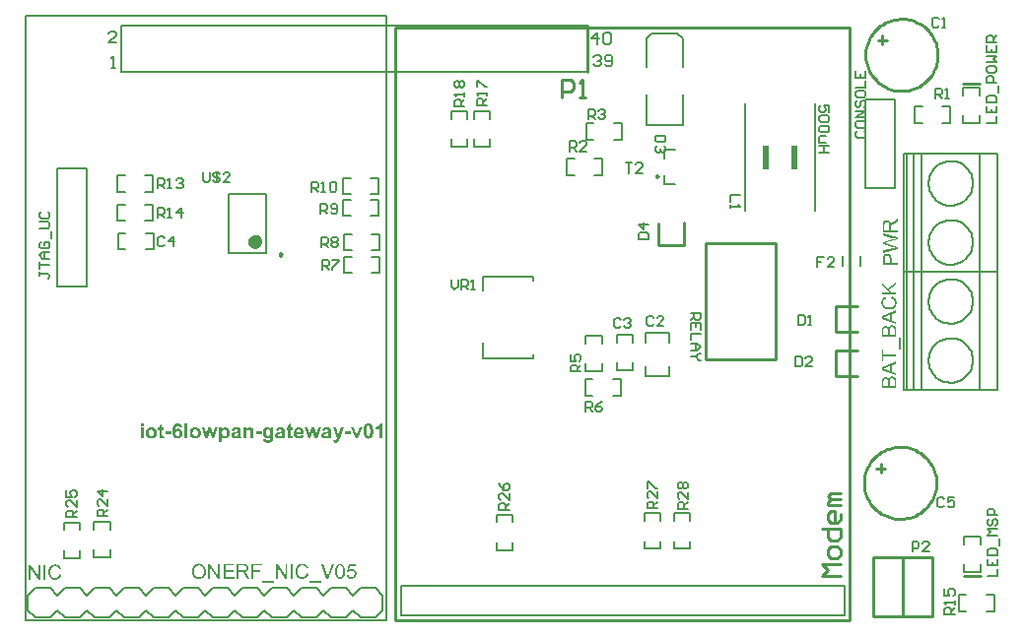
<source format=gto>
%FSTAX24Y24*%
%MOMM*%
%SFA1B1*%

%IPPOS*%
%ADD38C,0.250000*%
%ADD40C,0.250000*%
%ADD41C,0.200000*%
%ADD42C,0.599999*%
%ADD43C,0.130000*%
%ADD44C,0.180000*%
%ADD45C,0.200000*%
%ADD46C,0.170000*%
%ADD47C,0.170000*%
%ADD48R,0.499999X1.999996*%
%LNgateway-1*%
%LPD*%
G36*
X225799Y183999D02*
X220999D01*
Y186499*
X225799*
Y183999*
G37*
G36*
X302399D02*
X297599D01*
Y186499*
X302399*
Y183999*
G37*
G36*
X194799Y190099D02*
X194899Y189999D01*
X195099*
X195299*
X195499Y189899*
X195699*
X195899Y189799*
X196099Y189699*
X196399Y189499*
X196599Y189399*
X196799Y189199*
X196999Y188999*
X197299Y188799*
Y188699*
X197399*
Y188599*
X197499Y188399*
X197599Y188299*
X197699Y188099*
X197799Y187899*
X197899Y187599*
X197999Y187399*
X198099Y187099*
X198199Y186799*
X198299Y186399*
Y186099*
X198399Y185699*
Y185299*
Y185199*
Y184999*
Y184899*
Y184699*
X198299Y184499*
Y184199*
X198199Y183899*
X198099Y183399*
X197999Y183099*
X197899Y182799*
X197799Y182499*
X197599Y182199*
X197399Y181899*
X197199Y181599*
X197099Y181499*
X196999Y181399*
X196899*
X196799Y181199*
X196599Y181099*
X196499Y180999*
X196299Y180899*
X196099Y180799*
X195599Y180599*
X195399Y180499*
X195099Y180399*
X194799*
X194499*
X194399*
X194199*
X193999*
X193799*
X193599Y180499*
X193299Y180599*
X193099Y180699*
X192999*
X192899Y180799*
X192699Y180899*
X192499Y181099*
X192299Y181199*
X192099Y181499*
X191799Y181699*
Y176999*
X189299*
Y189899*
X191599*
Y188499*
X191699Y188599*
X191799Y188699*
X191899Y188899*
X192099Y189099*
X192299Y189299*
X192599Y189499*
X192799Y189599*
X192899*
X192999Y189699*
X193099Y189799*
X193299Y189899*
X193599*
X193899Y189999*
X194199Y190099*
X194499*
X194699*
X194799*
G37*
G36*
X148199Y183999D02*
X143299D01*
Y186499*
X148199*
Y183999*
G37*
G36*
X308599Y180599D02*
X306399D01*
X302599Y189899*
X305199*
X306999Y185099*
X307499Y183499*
Y183599*
Y183699*
X307599Y183899*
X307699Y184099*
Y184199*
Y184299*
Y184399*
X307799Y184499*
Y184599*
X307899Y184799*
X307999Y185099*
X309799Y189899*
X312299*
X308599Y180599*
G37*
G36*
X185099D02*
X182699D01*
X181099Y186499*
X179599Y180599*
X177199*
X174299Y189899*
X176599*
X178399Y183799*
X179999Y189899*
X182399*
X183899Y183799*
X185699Y189899*
X188099*
X185099Y180599*
G37*
G36*
X273699D02*
X271299D01*
X269699Y186499*
X268099Y180599*
X265799*
X262799Y189899*
X265199*
X266899Y183799*
X268499Y189899*
X270899*
X272499Y183799*
X274199Y189899*
X276699*
X273699Y180599*
G37*
G36*
X770999Y244599D02*
X767199Y243099D01*
Y237799*
X770999Y236499*
Y234699*
X758399Y239499*
Y2413*
X770999Y246499*
Y244599*
G37*
G36*
X759899Y252699D02*
X770999D01*
Y250999*
X759899*
Y246899*
X758399*
Y256799*
X759899*
Y252699*
G37*
G36*
X774499Y256899D02*
X773399D01*
Y267199*
X774499*
Y256899*
G37*
G36*
X767699Y233799D02*
X767899Y233699D01*
X768099*
X768399Y233599*
X768699Y233499*
X768999Y233399*
X769099Y233299*
X769299Y233199*
X769399Y233099*
X769599Y232999*
X769799Y232799*
X769999Y232699*
X770199Y232499*
Y232399*
X770299*
Y232199*
X770399Y232099*
X770499Y231899*
X770599Y231599*
X770699Y231399*
X770799Y231099*
Y230999*
Y230899*
X770899Y230799*
Y230499*
Y230199*
X770999Y229899*
Y229499*
Y229099*
Y224199*
X758399*
Y228999*
Y229099*
Y229199*
Y229299*
Y229499*
X758499Y229799*
Y230199*
X758599Y230599*
X758699Y230899*
X758799Y231299*
X758899Y231399*
Y231599*
X759099Y231799*
X759199Y231999*
X759399Y232199*
X759699Y232399*
X759999Y232599*
Y232699*
X760099*
X760299Y232799*
X760499Y232899*
X760699Y232999*
X760999Y233099*
X761299*
X761599Y233199*
X761699*
X761899Y233099*
X762099*
X762299Y232999*
X762599*
X762899Y232799*
X763099Y232699*
X763199*
Y232599*
X763399Y232499*
X763499Y232399*
X763699Y232199*
X763899Y231999*
X764099Y231699*
X764299Y231399*
Y231499*
X764399Y231599*
Y231799*
X764599Y231999*
X764699Y232299*
X764899Y232599*
X765199Y232899*
X765399Y233199*
X765499*
X765599*
X765799Y233399*
X765999Y233499*
X766299Y233599*
X766599Y233699*
X766899Y233799*
X767299*
X767499*
X767699*
G37*
G36*
X2159Y190099D02*
X216099Y189999D01*
X216299*
X216599Y189899*
X216799*
X217099Y189799*
X217199Y189699*
X217299*
X217499Y189599*
X217599Y189499*
X217799Y189299*
X217999Y189199*
X218099Y188999*
X218199Y188899*
X218299Y188699*
X218399Y188599*
X218499Y188399*
X218599Y188199*
Y187999*
Y187899*
X218699Y187699*
Y187599*
Y187299*
Y186999*
X218799Y186699*
Y186299*
Y180599*
X216299*
Y185299*
Y185399*
Y185499*
Y185699*
Y185799*
Y186099*
Y186399*
X216199Y186799*
Y186999*
Y187099*
X216099Y187199*
Y187299*
Y187399*
X215999Y187499*
X215799Y187699*
X215699Y187799*
X215599Y187899*
Y187999*
X215499*
X215399Y188099*
X215199*
X215099*
X214899Y188199*
X214799*
X214599*
X214499*
X214399Y188099*
X214199*
X213999Y187999*
X213799Y187899*
X213599Y187799*
X213499*
X213399Y187699*
X213299Y187599*
X213199Y187399*
X213099Y187299*
X212999Y187099*
X212899Y186899*
Y186799*
Y186599*
X212799Y186399*
Y186299*
Y186099*
Y185899*
Y185699*
Y185499*
X212699Y185299*
Y184999*
Y184799*
Y180599*
X210299*
Y189899*
X212599*
Y188499*
Y188599*
X212699*
X212799Y188699*
X212899Y188899*
X212999Y188999*
X213199Y189099*
X213399Y189299*
X213599Y189399*
X213799Y189599*
X214099Y189699*
X214299Y189799*
X214599Y189899*
X214899Y189999*
X215299Y190099*
X215599*
X215699*
X2159*
G37*
G36*
X153999Y193399D02*
X154099D01*
X154299*
X154599*
X154999Y193299*
X155399Y193099*
X155799Y192899*
X155999Y192799*
X156199Y192599*
Y192499*
X156299*
X156399Y192399*
X156499Y192299*
X156699Y191999*
X156899Y191699*
X157099Y191299*
X157299Y190799*
X157399Y190299*
X154999Y189999*
Y190099*
Y190199*
X154899Y190399*
Y190599*
X154799Y190799*
X154699Y190899*
X154599Y191099*
X154499*
X154399Y191199*
X154299Y191299*
X154199*
X153999Y191399*
X153799*
X153599*
X153499*
X153299*
X153099Y191299*
X152899*
X152699Y191099*
X152499Y190999*
X152299Y190699*
X152199Y190599*
Y1905*
X152099Y190399*
Y190299*
X151999Y190099*
X151899Y189899*
Y189699*
X151799Y189499*
Y189199*
X151699Y188899*
Y188599*
X151599Y188199*
Y187799*
Y187899*
X151699*
X151799Y187999*
X151899Y188099*
X151999Y188199*
X152199Y188399*
X152599Y188599*
X152899Y188699*
X153199Y188799*
X153399Y188899*
X153599*
X153899*
X153999*
X154199*
X154299*
X154399*
X154599Y188799*
X154799*
X155199Y188599*
X155399Y188499*
X155699Y188399*
X155899Y188299*
X156099Y188099*
X156299Y187899*
X156499Y187699*
X156599*
Y187599*
X156699Y187499*
X156799Y187399*
X156899Y187299*
X156999Y187099*
X157099Y186899*
X157199Y186699*
X157299Y186499*
X157399Y186199*
X157499Y185899*
Y185699*
X157599Y185399*
Y184999*
Y184699*
Y184599*
Y184499*
Y184399*
Y184199*
Y183999*
X157499Y183799*
Y183599*
X157399Y182999*
X157299Y182799*
X157099Y182499*
X156999Y182299*
X156899Y181999*
X156699Y181699*
X156499Y181499*
X156399*
Y181399*
X156299Y181299*
X156199Y181199*
X155999Y181099*
X155899Y180999*
X155699Y180899*
X155499Y180799*
X155199Y180699*
X154999Y180599*
X154699Y180499*
X154399Y180399*
X154199*
X153799*
X153499Y180299*
X153399*
X153299Y180399*
X153199*
X152999*
X152799*
X152599Y180499*
X1524*
X152099Y180599*
X151899Y180699*
X151599Y180799*
X151299Y180999*
X151099Y181099*
X150799Y181299*
X150499Y181599*
X150299Y181799*
Y181899*
X150199*
Y181999*
X150099Y182099*
X149999Y182299*
X149899Y182499*
X149799Y182699*
X149699Y182999*
X149599Y183399*
X149399Y183699*
Y184099*
X149299Y184599*
X149199Y185099*
X149099Y185599*
Y186199*
Y186799*
Y186899*
Y187099*
Y187399*
Y187699*
Y187999*
X149199Y188399*
Y188799*
X149299Y189199*
X149399Y189599*
X149499Y189999*
X149599Y190399*
X149799Y190799*
X149899Y191199*
X150099Y191599*
X150399Y191899*
Y191999*
X150499*
X150599Y192099*
X150699Y192299*
X150899Y192399*
X151099Y192499*
X151299Y192699*
X151499Y192799*
X151699Y192999*
X151999Y193099*
X152299Y193199*
X152699Y193299*
X152999Y193399*
X153399*
X153699Y193499*
X153899*
X153999Y193399*
G37*
G36*
X124199Y191099D02*
X121699D01*
Y193399*
X124199*
Y191099*
G37*
G36*
X169099Y190099D02*
X169299Y189999D01*
X169499*
X169699*
X169999Y189899*
X170199Y189799*
X170499Y189699*
X170799Y189599*
X171099Y189499*
X171399Y189299*
X171699Y189099*
X171899Y188899*
X172199Y188699*
X172299Y188599*
X172399Y188499*
X172499Y188299*
X172599Y188199*
X172799Y187999*
X172899Y187799*
X172999Y187499*
X173099Y187299*
X173199Y186999*
X173399Y186699*
Y186299*
X173499Y185999*
Y185599*
X173599Y185199*
Y185099*
Y184999*
X173499Y184899*
Y184699*
Y184499*
X173399Y184299*
Y183999*
X173299Y183699*
X173199Y183499*
X173099Y183199*
X172999Y182899*
X172799Y182599*
X172599Y182299*
X172399Y181999*
X172199Y181699*
X172099*
Y181599*
X171899Y181499*
X171799Y181399*
X171699Y181299*
X171499Y181199*
X171299Y181099*
X170999Y180899*
X170799Y180799*
X170499Y180699*
X170199Y180599*
X169899Y180499*
X169499Y180399*
X169199*
X168799*
X168599*
X168499*
X168399*
X168299*
X167999*
X167599Y180499*
X167199Y180599*
X166799Y180799*
X166299Y180899*
Y180999*
X166199*
X166099Y181099*
X165899Y181199*
X165699Y181399*
X165399Y181599*
X1651Y181899*
X164799Y182199*
X164599Y182599*
X164499Y182699*
Y182799*
X164399Y182899*
Y183099*
X164299Y183199*
Y183399*
X164199Y183599*
Y183799*
X164099Y184199*
X163999Y184799*
Y185399*
Y185499*
Y185599*
Y185699*
Y185799*
Y186099*
X164099Y186499*
X164199Y186899*
X164399Y187299*
X164599Y187699*
Y187799*
X164699Y187899*
X164799Y188099*
X164999Y188399*
X165199Y188599*
X165499Y188899*
X165899Y189199*
X166299Y189499*
X166399*
X166499Y189599*
X166599*
X166699*
X166799Y189699*
X166999Y189799*
X167399Y189899*
X167799Y189999*
X168199Y190099*
X168699*
X168899*
X169099*
G37*
G36*
X250699Y189899D02*
X252399D01*
Y187899*
X250699*
Y184099*
Y183999*
Y183799*
Y183599*
Y183299*
Y183099*
Y182899*
Y182799*
X250799*
Y182699*
Y182599*
X250999Y182499*
X251099*
X251199Y182399*
X251399*
X251499*
X251599*
X251799Y182499*
X251899*
X252099Y182599*
X252399*
X252599Y180699*
X252499*
X252399*
X252299Y180599*
X251999*
X251699Y180499*
X251399Y180399*
X250999*
X250599*
X250499*
X250399*
X250199*
X249999*
X249799Y180499*
X249599*
X249399Y180599*
X249299*
Y180699*
X249099*
X248899Y180899*
X248799Y180999*
X248599Y181199*
Y181299*
X248499Y181399*
Y181599*
X248399Y181699*
X248299Y181899*
Y182099*
Y182199*
Y182299*
Y182499*
Y182699*
Y182999*
X248199Y183199*
Y183399*
Y183599*
Y183899*
Y187899*
X247099*
Y189899*
X248199*
Y191699*
X250699Y193199*
Y189899*
G37*
G36*
X257999Y190099D02*
X258099Y189999D01*
X258299*
X258499*
X258799Y189899*
X258999Y189799*
X259299Y189699*
X259599Y189599*
X259899Y189499*
X260099Y189299*
X260399Y189099*
X260599Y188899*
X260899Y188699*
Y188599*
X260999Y188499*
Y188399*
X261099Y188299*
X261199Y188099*
X261299Y187899*
X261499Y187599*
X261599Y187399*
X261699Y187099*
X261799Y186699*
X261899Y186299*
Y185899*
X261999Y185499*
Y184999*
Y184499*
X255899*
Y184399*
Y184299*
Y184099*
X255999Y183899*
Y183599*
X256099Y183299*
X256299Y182999*
X256499Y182799*
X256599Y182699*
X256699Y182599*
X256799Y182499*
X256999Y182399*
X257299Y182299*
X257599Y182199*
X257899*
X257999*
X258099*
X258199*
X258399Y182299*
X258499*
X258699Y182399*
X258799Y182499*
X258899*
Y182599*
X258999*
X259099Y182799*
X259199Y182899*
X259299Y183099*
X259399Y183299*
X259499Y183499*
X261899Y183099*
X261799Y182999*
Y182899*
Y182799*
X261699Y182699*
X261499Y182399*
X261299Y181999*
X261099Y181699*
X260799Y181399*
X260399Y181099*
Y180999*
X260299*
X260199*
X260099Y180899*
X259999*
X259899Y180799*
X259699Y180699*
X259299Y180599*
X258899Y180499*
X258399Y180399*
X257899*
X257799*
X257599*
X257499*
X257299*
X256999Y180499*
X256799*
X256499Y180599*
X256199*
X255899Y180799*
X255599Y180899*
X255299Y180999*
X254999Y181199*
X254799Y181399*
X254499Y181699*
X254299Y181899*
Y181999*
X254199*
Y182099*
X254099Y182199*
Y182299*
X254Y182399*
X253899Y182599*
X253799Y182799*
X253699Y182999*
Y183299*
X253599Y183499*
X253499Y183799*
Y184099*
X253399Y184399*
Y184799*
Y185099*
Y185199*
Y185399*
Y185499*
Y185699*
Y185899*
X253499Y186199*
Y186499*
X253699Y186999*
X253799Y187299*
X253899Y187599*
X254Y187899*
X254199Y188199*
X254399Y188499*
X254599Y188799*
X254699Y188899*
X254799Y188999*
X254899Y189099*
X254999Y189199*
X255199Y189299*
X255399Y189399*
X255599Y189499*
X255799Y189699*
X256099Y189799*
X256399Y189899*
X256599*
X256999Y189999*
X257299Y190099*
X257599*
X257799*
X257999*
G37*
G36*
X140199Y189899D02*
X141899D01*
Y187899*
X140199*
Y184099*
Y183999*
Y183799*
Y183599*
X140299Y183299*
Y183099*
Y182899*
Y182799*
Y182699*
X140399Y182599*
X140499Y182499*
X140599*
X140699Y182399*
X140899*
X140999*
X141099*
X141199*
X141299Y182499*
X141499*
X141699Y182599*
X141899*
X142099Y180699*
X141999*
X141799Y180599*
X141599*
X141299Y180499*
X140999Y180399*
X140599*
X140199*
X140099*
X139999*
X139799*
X139599*
X139399Y180499*
X139199*
X138999Y180599*
X138899*
X138799Y180699*
X138699*
X138399Y180899*
X138299Y180999*
X138199Y181199*
X138099Y181299*
Y181399*
X137999Y181599*
Y181699*
X137899Y181899*
Y182099*
X137799Y182199*
Y182299*
Y182499*
Y182699*
Y182999*
Y183199*
Y183399*
Y183599*
Y183899*
Y187899*
X136699*
Y189899*
X137799*
Y191699*
X140199Y193199*
Y189899*
G37*
G36*
X230699Y190099D02*
X230899D01*
X230999Y189999*
X231199*
X231399Y189899*
X231599*
X231799Y189799*
X231999Y189699*
X232299Y189599*
X232499Y189399*
X232699Y189299*
X232999Y188999*
X233199Y188799*
X233399Y188499*
Y189899*
X235699*
Y181499*
Y181399*
Y181299*
Y181099*
Y180999*
Y180599*
X235599Y180199*
Y179799*
X235499Y179399*
Y179199*
X235399Y179099*
Y178999*
Y178899*
X235299Y178799*
X235199Y178599*
X235099Y178399*
X234999Y178199*
X234799Y177999*
X234699Y1778*
X234599*
Y177699*
X234499Y177599*
X234299Y177499*
X234099Y177399*
X233899Y177299*
X233699Y177199*
X233399Y177099*
X233299*
X233199Y176999*
X233099*
X232799Y176899*
X232499*
X232099Y176799*
X231699*
X231299*
X231099*
X230899*
X230699*
X230499*
X230299Y176899*
X229999*
X229399Y176999*
X228899Y177099*
X2286Y177199*
X228399Y177399*
X228099Y177499*
X227899Y177599*
X227799Y1778*
X227599Y177899*
X227499Y178199*
X227299Y178499*
X227099Y178799*
X226999Y179199*
Y179399*
Y179699*
Y179799*
Y179899*
Y179999*
X229799Y179599*
Y179499*
Y179399*
X229899Y179099*
X229999Y178999*
X230099*
Y178899*
X230199*
X230299*
X230399Y178799*
X230499*
X230699Y178699*
X230899*
X231199*
X231399*
X231499*
X231699*
X231999Y178799*
X232199*
X232399Y178899*
X232599Y178999*
X232699*
X232799Y179099*
X232899Y179199*
X232999Y179299*
X233099Y179499*
Y179599*
Y179699*
X233199*
Y179899*
Y179999*
Y180199*
X233299Y180399*
Y180699*
Y182099*
X233199*
Y181999*
X233099Y181899*
Y181799*
X232999Y181699*
X232799Y181599*
X232699Y181499*
X232499Y181299*
X232299Y181199*
X232099Y181099*
X231599Y180799*
X231399Y180699*
X231099Y180599*
X230799*
X230499*
X230399*
X230299*
X230199*
X229999*
X229799Y180699*
X229599*
X229399Y180799*
X229199Y180899*
X228899Y180999*
X228699Y181099*
X228399Y181199*
X228199Y181399*
X227999Y181599*
X227699Y181899*
X227499Y182099*
Y182199*
X227399Y182299*
Y182399*
X227299Y182499*
X227199Y182599*
Y182799*
X227099Y182999*
X226999Y183199*
X226899Y183499*
Y183699*
X226799Y183999*
X226699Y184599*
Y184899*
Y185299*
Y185399*
Y185499*
Y185599*
Y185799*
Y186099*
X226799Y186299*
Y186599*
X226899Y187199*
X226999Y187499*
X227099Y187799*
X227299Y187999*
X227399Y188299*
X227599Y188599*
X227799Y188799*
Y188899*
X227899*
X227999Y188999*
X228099Y189099*
X228199Y189199*
X228399Y189299*
X2286Y189499*
X228699Y189599*
X228999Y189699*
X229399Y189899*
X229699Y189999*
X229999*
X230299Y190099*
X230599*
X230699*
G37*
G36*
X317699Y193399D02*
X317899D01*
X318099*
X318299*
X318499Y193299*
X318699Y193199*
X318999Y193099*
X319199Y192999*
X319399Y192899*
X319699Y192699*
X319899Y192599*
X320099Y192399*
X320299Y192099*
X320399*
X320499Y191999*
Y191799*
X320599Y191599*
X320699Y191399*
X320899Y191199*
X320999Y190899*
X321099Y1905*
X321199Y190099*
X321299Y189699*
X321399Y189199*
X321499Y188699*
Y188199*
X321599Y187599*
Y186899*
Y186799*
Y186699*
Y186499*
Y186299*
Y185999*
X321499Y185599*
Y185299*
Y184899*
X321399Y184399*
X321299Y183999*
X321199Y183599*
X321099Y183099*
X320899Y182699*
X320699Y182299*
X320599Y181999*
X320299Y181599*
X320199Y181499*
Y181399*
X319999*
X319899Y181199*
X319699Y181099*
X319599Y180999*
X319399Y180899*
X319199Y180699*
X318899Y180599*
X318699Y180499*
X318399*
X318099Y180399*
X317799*
X317399Y180299*
X317199Y180399*
X317099*
X316999*
X316799*
X316599*
X316399Y180499*
X316099Y180599*
X315899Y180699*
X315599Y180799*
X315399Y180899*
X315099Y181099*
X314899Y181299*
X314599Y181499*
X314399Y181799*
X314299Y181899*
X314199Y181999*
Y182199*
X314099Y182399*
X313999Y182699*
X313899Y182899*
X313699Y183299*
X313599Y183599*
X313499Y184099*
Y184499*
X313399Y185099*
X313299Y185599*
Y186199*
Y186899*
Y186999*
Y187099*
Y187299*
Y187499*
Y187799*
X313399Y188099*
Y188499*
Y188899*
X313499Y189399*
X313599Y189799*
X313699Y190199*
X313799Y190599*
X313999Y191099*
X314099Y191399*
X314299Y191799*
X314499Y192099*
X314599Y192199*
Y192299*
X314699*
X314799Y192399*
X314999Y192599*
X315099Y192699*
X315299Y192799*
X315499Y192899*
X315699Y192999*
X315899Y193099*
X316199Y193299*
X316499*
X316799Y193399*
X317099*
X317399Y193499*
X317599*
X317699Y193399*
G37*
G36*
X131299Y190099D02*
X131499Y189999D01*
X131699*
X131899*
X132199Y189899*
X132399Y189799*
X132699Y189699*
X132999Y189599*
X133299Y189499*
X133599Y189299*
X133899Y189099*
X134099Y188899*
X134399Y188699*
X134499Y188599*
X134599Y188499*
X134699Y188299*
X134799Y188199*
X134999Y187999*
X135099Y187799*
X135199Y187499*
X135299Y187299*
X135399Y186999*
X135499Y186699*
X135599Y186299*
X135699Y185999*
Y185599*
Y185199*
Y185099*
Y184999*
Y184899*
Y184699*
Y184499*
X135599Y184299*
Y183999*
X135499Y183699*
X135399Y183499*
X135299Y183199*
X135199Y182899*
X134999Y182599*
X134799Y182299*
X134599Y181999*
X134399Y181699*
X134299*
X134199Y181599*
X134099Y181499*
X133999Y181399*
X133799Y181299*
X133699Y181199*
X133499Y181099*
X133199Y180899*
X132999Y180799*
X132699Y180699*
X132399Y180599*
X131999Y180499*
X131699Y180399*
X131299*
X130999*
X130799*
X130699*
X130599*
X130499*
X130199*
X129799Y180499*
X129399Y180599*
X128999Y180799*
X128499Y180899*
Y180999*
X128399*
X128299Y181099*
X128099Y181199*
X127899Y181399*
X127599Y181599*
X127299Y181899*
X127Y182199*
X126699Y182599*
Y182699*
Y182799*
X126599Y182899*
Y183099*
X126499Y183199*
Y183399*
X126399Y183599*
X126299Y183799*
X126199Y184199*
Y184799*
Y185399*
Y185499*
Y185599*
Y185699*
Y185799*
Y186099*
X126299Y186499*
X126399Y186899*
X126499Y187299*
X126699Y187699*
X126799Y187799*
X126899Y187899*
X127Y188099*
X127199Y188399*
X127399Y188599*
X127699Y188899*
X128099Y189199*
X128499Y189499*
X128599*
X128699Y189599*
X128899*
X128999Y189699*
X129199Y189799*
X129499Y189899*
X129999Y189999*
X130399Y190099*
X130899*
X131099*
X131299*
G37*
G36*
X281999D02*
X282099D01*
X282499Y189999*
X282899*
X283299Y189899*
X283699Y189799*
X283899Y189699*
X283999*
X284099Y189599*
X284199*
X284299Y189499*
X284499Y189399*
X284699Y189299*
X284899Y189099*
X284999Y188899*
X285199Y188699*
Y188599*
X285299Y188399*
Y188299*
Y188199*
X285399Y188099*
Y187899*
Y187699*
X285499Y187499*
Y187299*
Y186999*
Y186799*
Y186499*
Y183599*
Y183499*
Y183399*
Y183199*
Y182899*
Y182599*
Y182299*
Y181999*
X285599Y181799*
Y181699*
Y181599*
X285699Y181399*
X285799Y181199*
Y180999*
X285899Y180799*
X285999Y180599*
X283599*
Y180699*
X283499Y180799*
Y180899*
Y180999*
X283399Y181099*
Y181299*
X283299*
Y181399*
Y181499*
Y181599*
X283199*
Y181499*
X282999Y181399*
X282899Y181199*
X282699Y181099*
X282399Y180899*
X282199Y180799*
X281899Y180699*
Y180599*
X281799*
X281599*
X281499Y180499*
X281199*
X280999Y180399*
X280699*
X280399*
X280299*
X280099*
X279999*
X279899*
X279599Y180499*
X279199Y180599*
X278799Y180699*
X278499Y180899*
X278099Y181099*
Y181199*
X277999Y181299*
X277899Y181399*
X277699Y181699*
X277599Y181899*
X277399Y182299*
X277299Y182699*
Y182899*
Y183099*
Y183199*
Y183399*
X277399Y183599*
Y183799*
X277499Y183999*
Y184199*
X277699Y184499*
X277799Y184599*
Y184699*
X277999Y184799*
X278099Y184999*
X278299Y185099*
X278499Y185299*
X278699Y185399*
X278799*
Y185499*
X278999*
X279199Y185599*
X279499Y185699*
X279799Y185799*
X280199Y185899*
X280699Y185999*
X280799*
X280999Y186099*
X281099*
X281299*
X281599Y186199*
X281999Y186299*
X282399Y186399*
X282799Y186499*
X282999Y186599*
X283099*
Y186899*
Y186999*
Y187099*
X282999Y187299*
Y187399*
X282899Y187599*
X282799Y187699*
X282699Y187899*
X282599*
X282499Y187999*
X282399*
X282199Y188099*
X281999*
X281699Y188199*
X281399*
X281299*
X281199*
X280999Y188099*
X280899*
X280699*
X280499Y187999*
X280399Y187899*
X280299*
X280199Y187799*
Y187699*
X279999Y187599*
Y187399*
X279899Y187199*
X279799Y186999*
X277599Y187399*
Y187499*
Y187599*
X277699Y187699*
Y187899*
X277899Y188199*
X277999Y188499*
X278299Y188799*
X278499Y189099*
X278799Y189399*
X278899*
Y189499*
X278999*
X279099Y189599*
X279199*
X2794Y189699*
X279499*
X279699Y189799*
X279899Y189899*
X280099*
X280399Y189999*
X280699*
X280999*
X281299Y190099*
X281899*
X281999*
G37*
G36*
X329499Y180599D02*
X327099D01*
Y189899*
X326999Y189799*
X326899Y189699*
X326799Y189599*
X326699Y189499*
X326499Y189399*
X326399Y189299*
X326199Y189099*
X325899Y188999*
X325699Y188899*
X325399Y188699*
X325199Y188499*
X324599Y188299*
X323899Y187999*
Y190199*
X323999Y190299*
X324099*
X324199Y190399*
X324499Y1905*
X324799Y190599*
X325199Y190799*
X325599Y191099*
X325999Y191399*
X326099Y191499*
X326199Y191599*
X326399Y191699*
X326599Y191999*
X326799Y192299*
X327099Y192599*
X327299Y192999*
X327499Y193499*
X329499*
Y180599*
G37*
G36*
X292999Y180899D02*
X292399Y179299D01*
Y179199*
X292299Y178999*
X292199Y178899*
X2921Y178599*
X291999Y178399*
X291899Y178299*
X291799Y178099*
X291699Y177999*
Y177899*
X291599Y1778*
X291399Y177599*
X291099Y177399*
Y177299*
X290999*
X290899Y177199*
X290699*
X290599Y177099*
X290399Y176999*
X290199*
X290099Y176899*
X289999*
X289799*
X289699*
X289499Y176799*
X289199*
X288799*
X288699*
X288499*
X288299*
X288099Y176899*
X287599Y176999*
X287399Y178899*
X287499*
X287599*
X287699Y178799*
X287899*
X287999*
X288399*
X288499*
X288699*
X288899*
X289099Y178899*
X289299Y178999*
X289499Y179099*
X289699Y179299*
Y179399*
X289799Y179499*
X289899Y179599*
X289999Y179799*
X290099Y179999*
X290199Y180299*
X290299Y180599*
X286799Y189899*
X289399*
X291599Y183299*
X293799Y189899*
X296299*
X292999Y180899*
G37*
G36*
X242199Y190099D02*
X242299D01*
X242699Y189999*
X243099*
X243499Y189899*
X243899Y189799*
X244099Y189699*
X244199*
X244299Y189599*
X244499Y189499*
X244699Y189399*
X244899Y189299*
X245099Y189099*
X245199Y188899*
X245399Y188699*
Y188599*
X245499Y188399*
Y188299*
Y188199*
X245599Y188099*
Y187899*
Y187699*
Y187499*
X245699Y187299*
Y186999*
Y186799*
Y186499*
Y183599*
Y183499*
Y183399*
Y183199*
Y182899*
Y182599*
Y182299*
Y181999*
X245799Y181799*
Y181699*
Y181599*
X245899Y181399*
Y181199*
X245999Y180999*
X246099Y180799*
X246199Y180599*
X243799*
Y180699*
X243699Y180799*
Y180899*
X243599Y180999*
Y181099*
Y181299*
X243499*
Y181399*
Y181499*
Y181599*
X243399*
X243299Y181499*
X243199Y181399*
X243099Y181199*
X242799Y181099*
X242599Y180899*
X242399Y180799*
X242099Y180699*
Y180599*
X241999*
X241799*
X241599Y180499*
X241399*
X241199Y180399*
X240899*
X240599*
X240399*
X240299*
X240199*
X240099*
X239799Y180499*
X239399Y180599*
X238999Y180699*
X238599Y180899*
X238299Y181099*
Y181199*
X238199Y181299*
X238099Y181399*
X237899Y181699*
X237799Y181899*
X237599Y182299*
X237499Y182699*
Y182899*
Y183099*
Y183199*
Y183399*
X237599Y183599*
Y183799*
Y183999*
X237699Y184199*
X237899Y184499*
Y184599*
X237999Y184699*
X238099Y184799*
X238299Y184999*
X238499Y185099*
X238699Y185299*
X238899Y185399*
X238999Y185499*
X239199*
X239399Y185599*
X239699Y185699*
X239999Y185799*
X240399Y185899*
X240899Y185999*
X240999*
X241099Y186099*
X2413*
X241499*
X241799Y186199*
X242199Y186299*
X242599Y186399*
X242999Y186499*
X243099Y186599*
X243299*
Y186899*
Y186999*
Y187099*
X243199Y187299*
Y187399*
X243099Y187599*
X242999Y187699*
X242899Y187899*
X242799*
X242699Y187999*
X242599*
X242399Y188099*
X242199*
X241899Y188199*
X241599*
X241499*
X241399*
X241199Y188099*
X241099*
X240899*
X240699Y187999*
X240599Y187899*
X240499*
X240399Y187799*
X240299Y187699*
X240199Y187599*
X240099Y187399*
Y187199*
X239999Y186999*
X237799Y187399*
Y187499*
Y187599*
X237899Y187699*
Y187899*
X238099Y188199*
X238199Y188499*
X238499Y188799*
X238699Y189099*
X238999Y189399*
X239099*
Y189499*
X239199*
X239299Y189599*
X239399*
X239599Y189699*
X239699*
X239899Y189799*
X240099Y189899*
X240299*
X240599Y189999*
X240799*
X241099*
X241399Y190099*
X242099*
X242199*
G37*
G36*
X124199Y180599D02*
X121699D01*
Y189899*
X124199*
Y180599*
G37*
G36*
X161999D02*
X159499D01*
Y193399*
X161999*
Y180599*
G37*
G36*
X204399Y190099D02*
X204499D01*
X204899Y189999*
X205299*
X205699Y189899*
X206099Y189799*
X206199Y189699*
X206399*
Y189599*
X206499*
X206699Y189499*
X206899Y189399*
X207099Y189299*
X207199Y189099*
X207399Y188899*
X207599Y188699*
Y188599*
X207699Y188399*
Y188299*
Y188199*
X207799Y188099*
Y187899*
Y187699*
Y187499*
X207899Y187299*
Y186999*
Y186799*
Y186499*
Y183599*
Y183499*
Y183399*
Y183199*
Y182899*
Y182599*
Y182299*
Y181999*
X207999Y181799*
Y181699*
Y181599*
X208099Y181399*
Y181199*
X208199Y180999*
X208299Y180799*
X208399Y180599*
X205999*
X205899Y180699*
Y180799*
Y180899*
X205799Y180999*
Y181099*
X205699Y181299*
Y181399*
Y181499*
X205599Y181599*
X205499Y181499*
X205399Y181399*
X205199Y181199*
X204999Y181099*
X204799Y180899*
X204599Y180799*
X204299Y180699*
Y180599*
X204199*
X203999*
X203799Y180499*
X203599*
X203399Y180399*
X203099*
X202799*
X202599*
X202499*
X202399*
X202299*
X201899Y180499*
X201599Y180599*
X201199Y180699*
X200799Y180899*
X200499Y181099*
Y181199*
X200399Y181299*
X200199Y181399*
X200099Y181699*
X199899Y181899*
X199799Y182299*
X199699Y182699*
Y182899*
Y183099*
Y183199*
Y183399*
Y183599*
X199799Y183799*
Y183999*
X199899Y184199*
X200099Y184499*
Y184599*
X200199Y184699*
X200299Y184799*
X200499Y184999*
X200599Y185099*
X200899Y185299*
X201099Y185399*
X201199Y185499*
X201399*
X201599Y185599*
X201899Y185699*
X202199Y185799*
X202599Y185899*
X203099Y185999*
X2032*
X203299Y186099*
X203499*
X203599*
X203999Y186199*
X204399Y186299*
X204799Y186399*
X205199Y186499*
X205299Y186599*
X205499*
Y186899*
Y186999*
X205399Y187099*
Y187299*
Y187399*
X205299Y187599*
X205199Y187699*
X205099Y187899*
X204999*
X204899Y187999*
X204799*
X204599Y188099*
X204399*
X204099Y188199*
X203799*
X203699*
X203599*
X203399Y188099*
X2032*
X203099*
X202899Y187999*
X202699Y187899*
X202599Y187799*
X202499Y187699*
X202399Y187599*
X202299Y187399*
X202199Y187199*
X202099Y186999*
X199899Y187399*
X199999Y187499*
Y187599*
X200099Y187699*
Y187899*
X200199Y188199*
X200399Y188499*
X200599Y188799*
X200899Y189099*
X201199Y189399*
X201299*
Y189499*
X201399*
X201499Y189599*
X201599*
X201799Y189699*
X201899*
X202099Y189799*
X202299Y189899*
X202499*
X202799Y189999*
X202999*
X203299*
X203599Y190099*
X204199*
X204399*
G37*
G36*
X767699Y277799D02*
X767899D01*
X768099Y277699*
X768399*
X768699Y277599*
X768999Y277399*
X769099*
X769299Y277299*
X769399Y277199*
X769599Y276999*
X769799Y276899*
X769999Y276699*
X770199Y276499*
X770299Y276399*
Y276299*
X770399Y276099*
X770499Y275899*
X770599Y275699*
X770699Y275399*
X770799Y275099*
Y274999*
X770899Y274799*
Y274599*
Y274299*
X770999Y273899*
Y273499*
Y273099*
Y268299*
X758399*
Y272999*
Y273099*
Y273199*
Y273299*
Y273399*
Y273499*
X758499Y273899*
Y274199*
X758599Y274599*
X758699Y274999*
X758799Y275299*
Y275399*
X758899Y275499*
Y275599*
X759099Y275799*
X759199Y275999*
X759399Y276299*
X759699Y276499*
X759999Y276699*
X760099Y276799*
X760299Y276899*
X760499Y276999*
X760699*
X760999Y277099*
X761299Y277199*
X761599*
X761699*
X761899*
X762099*
X762299Y277099*
X762599Y276999*
X762899Y276899*
X763099Y276799*
X763199Y276699*
X763399Y276599*
X763499Y276399*
X763699Y276199*
X763899Y275999*
X764099Y275799*
X764299Y275399*
Y275499*
Y275599*
X764399*
Y275799*
X764599Y276099*
X764699Y276399*
X764899Y276699*
X765199Y276999*
X765399Y277199*
X765499*
X765599Y277299*
X765799Y277399*
X765999Y277499*
X766299Y277599*
X766599Y277699*
X766899Y277799*
X767299*
X767499*
X767699*
G37*
G36*
X035299Y059199D02*
X033599D01*
X026999Y069099*
Y059199*
X0254*
Y071799*
X027099*
X033699Y061899*
Y071799*
X035299*
Y059199*
G37*
G36*
X048799Y071999D02*
X048899D01*
X049099*
X049299Y071899*
X049599*
X050099Y071799*
X050599Y071599*
X050899Y071499*
X051099Y071399*
X051399Y071199*
X051599Y070999*
X051699*
X051799*
X051899Y070899*
X051999Y070799*
X052099Y070599*
X052199Y070499*
X052399Y070399*
X052499Y070199*
X052599Y069899*
X052799Y069699*
X052999Y069499*
X053099Y069199*
X053199Y068899*
X053299Y068699*
X053499Y068299*
X051799Y067899*
Y067999*
Y068099*
X051699Y068199*
Y068299*
X051599Y068399*
X051499Y068699*
X051299Y068999*
X051099Y069399*
X0508Y069699*
X050499Y069899*
Y069999*
X050399Y070099*
X050199Y070199*
X049999Y070299*
X049599Y070399*
X049299Y070499*
X048899Y070599*
X048399*
X048299*
X048199*
X048099*
X047899*
X047599Y070499*
X047199Y070399*
X046799Y070299*
X046399Y070099*
X045999Y069899*
X045899Y069799*
X045799Y069699*
X045699Y069599*
X045499Y069399*
X045199Y069099*
X044999Y068799*
X044799Y068399*
X044599Y067999*
Y067899*
Y067799*
X044499Y067699*
Y067599*
X044399Y067299*
Y066899*
X044299Y066499*
Y066099*
X044199Y065599*
Y065499*
Y065399*
Y065299*
X044299Y065199*
Y064999*
Y064799*
Y064599*
Y064199*
X044399Y063699*
X044499Y063199*
X044699Y062799*
Y062699*
X044799Y062599*
X044899Y062399*
X045099Y062099*
X045299Y061799*
X045499Y061499*
X045799Y061199*
X046099Y060999*
X046199*
X046299Y060899*
X046399Y060799*
X046499*
X046799Y060699*
X047099Y060599*
X047499Y060499*
X047899Y060399*
X048299*
X048399*
X048499*
X048699*
X048799*
X049099Y060499*
X049499Y060599*
X049899Y060699*
X050299Y060899*
X050499Y060999*
X050699Y061199*
X0508Y061299*
X050899Y061399*
X050999Y061499*
X051099Y061599*
X051199Y061799*
X051299Y061999*
X051399Y062099*
X051499Y062299*
X051599Y062499*
X051699Y062799*
X051799Y062999*
X051899Y063299*
X051999Y063599*
X053699Y063199*
Y063099*
X053599Y062999*
Y062799*
X053499Y062699*
X053399Y062499*
X053299Y062199*
X053199Y061999*
X052999Y061499*
X052599Y060999*
X052399Y060699*
X052199Y060499*
X051999Y060299*
X051799Y059999*
X051699*
X051599*
X051499Y059899*
X051399Y059799*
X051199Y059699*
X050999Y059599*
X0508Y059499*
X050599Y059399*
X050399Y059299*
X050099Y059199*
X049799Y059099*
X049499*
X049199Y058999*
X048799*
X048399*
X048199*
X048099*
X047899*
X047699*
X047499*
X047299Y059099*
X046699Y059199*
X046199Y059299*
X045599Y059499*
X045399Y059599*
X045099Y059799*
X044999Y059899*
X044899Y059999*
X044799*
X044699Y060099*
X044499Y060299*
X044399Y060399*
X044299Y060599*
X044099Y060699*
X043799Y061199*
X043499Y061599*
X043199Y062199*
X043099Y062299*
Y062399*
Y062499*
X042999Y062599*
Y062799*
X042899Y062999*
Y063199*
X042799Y063399*
X042699Y063699*
X042599Y064299*
Y064899*
X042499Y065599*
Y065699*
Y065799*
Y065899*
Y066099*
X042599Y066299*
Y066499*
Y066699*
X042699Y067299*
X042799Y067899*
X042999Y068399*
X043299Y068999*
Y069099*
X043399Y069199*
X043499Y069399*
X043599Y069499*
X043799Y069799*
X044099Y070199*
X044499Y070599*
X044899Y070899*
X045399Y071199*
Y071299*
X045499*
X045599Y071399*
X045799*
X045899Y071499*
X046099Y071599*
X046299*
X046499Y071699*
X046799Y071799*
X047299Y071899*
X047899Y071999*
X048499*
X048599*
X048799*
G37*
G36*
X236599Y056499D02*
X226299D01*
Y057599*
X236599*
Y056499*
G37*
G36*
X252399Y059899D02*
X250799D01*
Y072599*
X252399*
Y059899*
G37*
G36*
X771999Y367099D02*
X769399Y365499D01*
X769299Y365399*
X769199*
X768999Y365199*
X768699Y365099*
X768499Y364899*
X768199Y364699*
X767899Y364499*
X767599Y364299*
Y364199*
X767399Y364099*
X767299Y363999*
X766999Y363699*
X766899Y363599*
X766799Y363399*
X766699Y363299*
Y363199*
X766599Y363099*
Y362999*
X766499Y362699*
Y362599*
Y362499*
X766399Y362399*
Y362299*
Y362199*
Y361999*
Y361699*
Y359799*
X771999*
Y358099*
X759399*
Y363699*
Y363799*
Y363899*
Y363999*
Y364099*
Y364299*
Y364699*
X759499Y365099*
Y365499*
X759599Y365899*
X759699Y366099*
Y366299*
X759799*
Y366399*
X759899Y366599*
X759999Y366799*
X760199Y366999*
X760399Y367199*
X760699Y367499*
X760899Y367699*
X760999*
X761099Y367799*
X761299*
X761499Y367999*
X761799*
X762099Y368099*
X762499Y368199*
X762799*
X762999*
X763099*
X763199*
X763299*
X763599Y368099*
X763999Y367999*
X764399Y367799*
X764799Y367599*
X764899Y367499*
X765099Y367299*
X765199*
Y367199*
X765299*
Y367099*
X765399Y366999*
X765499Y366799*
X765599Y366699*
X765699Y366499*
X765799Y366299*
X765899Y366099*
X765999Y365799*
X766099Y365599*
X766199Y365299*
Y364999*
X766299Y364699*
Y364799*
X766399Y364899*
X766499Y364999*
X766699Y365399*
X766799Y365499*
X766899Y365699*
X766999Y365799*
X767199Y365899*
X767399Y366099*
X767599Y366299*
X767899Y366599*
X768199Y366799*
X768599Y366999*
X771999Y369199*
Y367099*
G37*
G36*
X040099Y059199D02*
X038399D01*
Y071799*
X040099*
Y059199*
G37*
G36*
X210499Y072499D02*
X210699D01*
X211099*
X211499*
X211899Y072399*
X212299Y072299*
X212499*
X212699Y072199*
X212799Y072099*
X212999*
X213199Y071899*
X213399Y071799*
X213599Y071499*
X213899Y071299*
X214099Y070999*
X214199Y070899*
Y070699*
X214299Y070399*
X214399Y070199*
X214499Y069799*
X214599Y069499*
Y069099*
Y068999*
Y068899*
Y068799*
Y068599*
X214499Y068299*
X214399Y067999*
X214199Y067599*
X213999Y067199*
X213899Y066999*
X213699Y066799*
X213599Y066699*
X213499Y066599*
X213399Y066499*
X213199*
X213099Y066299*
X212899*
X212699Y066199*
X212499Y065999*
X212199*
X211999Y065899*
X211699Y065799*
X211399Y065699*
X211099*
X211199Y065599*
X211299*
X211399Y065499*
X211699Y065299*
X211899Y065199*
X212099Y064999*
X212199Y064899*
X212299Y064799*
X212499Y064599*
X212699Y064299*
X212899Y064099*
X213199Y063699*
X213399Y063399*
X215599Y059899*
X213499*
X211899Y062599*
X211799*
Y062699*
X211699Y062799*
X211599Y062999*
X211499Y063199*
X211299Y0635*
X211099Y063799*
X210899Y063999*
X210699Y064299*
X210599*
Y064399*
X210499Y064499*
X210399Y064599*
X210099Y064899*
X209999Y064999*
X209799Y065099*
Y065199*
X209699*
X209599Y065299*
X209499*
X209299Y065399*
X208999Y065499*
X208899*
X208799*
X208699*
X208599*
X208399*
X206199*
Y059899*
X204499*
Y072599*
X210399*
X210499Y072499*
G37*
G36*
X201899Y071099D02*
X194499D01*
Y067199*
X201399*
Y065699*
X194499*
Y061399*
X202199*
Y059899*
X192799*
Y072599*
X201899*
Y071099*
G37*
G36*
X293499Y072599D02*
X293699D01*
X293999Y072499*
X294299Y072399*
X294599Y072299*
X294899Y072199*
X294999Y072099*
X295199Y071999*
X295399Y071899*
X295599Y071699*
X295799Y071499*
X295999Y071299*
X296199Y070999*
X296299Y070899*
Y070699*
X296499Y070499*
X296599Y070199*
X296699Y069899*
X296799Y069499*
X296999Y069099*
Y068999*
Y068899*
Y068799*
Y068699*
X297099Y068499*
Y068299*
Y068099*
X297199Y067899*
Y067699*
Y067399*
Y067099*
Y066799*
Y066499*
Y066199*
Y066099*
Y065899*
Y065799*
Y065599*
Y065399*
Y065099*
Y064899*
X297099Y064299*
X296999Y063699*
X296899Y063099*
Y062799*
X296799Y062599*
Y062499*
X296699Y062399*
X296599Y062199*
Y062099*
X296399Y061799*
X296199Y061499*
X295999Y061099*
X295699Y060799*
X295399Y060499*
Y060399*
X295299*
X295199Y060299*
X295099Y060199*
X294799Y060099*
X294499Y059999*
X294099Y059799*
X293599*
X293099Y059699*
X292899*
X292799*
X292699Y059799*
X292499*
X292299*
X2921Y059899*
X291899Y059999*
X291599*
X291399Y060099*
X291099Y060299*
X290899Y060399*
X290699Y060599*
X290499Y060799*
X290299Y060999*
X290199*
Y061099*
X290099Y061199*
Y061299*
X289999Y061499*
X289899Y061699*
X289699Y061999*
X289599Y062299*
X289499Y062599*
X289399Y062999*
X289299Y063399*
X289199Y063899*
X289099Y064399*
Y064899*
X288999Y065499*
Y066199*
Y066299*
Y066399*
Y066499*
Y066699*
Y066899*
X289099Y067199*
Y067499*
Y067999*
X289199Y068599*
X289299Y069199*
X289399Y069499*
X289499Y069799*
Y069899*
X289599Y069999*
Y070099*
X289699Y070199*
X289799Y070499*
X289999Y070899*
X290199Y071199*
X290499Y071599*
X290799Y071899*
X290899*
X290999Y071999*
X291099*
X291199Y072099*
X291499Y072199*
X291799Y072399*
X292199Y072499*
X292599Y072599*
X293099*
X293299*
X293499*
G37*
G36*
X276699Y056499D02*
X266499D01*
Y057599*
X276699*
Y056499*
G37*
G36*
X172199Y072799D02*
X172299D01*
X172499Y072699*
X172699*
X172899*
X173399Y072599*
X173999Y072399*
X174499Y072199*
X174799Y072099*
X174999Y071899*
X175099*
X175199Y071799*
X175299*
X175399Y071699*
X175499Y071599*
X175799Y071299*
X176199Y070999*
X176499Y070599*
X176899Y070099*
X177199Y069599*
Y069499*
X177299Y069299*
Y069199*
X177399Y068999*
X177499Y068799*
Y068599*
X177599Y068399*
X177699Y068099*
Y067799*
X1778Y067499*
X177899Y066899*
Y066199*
Y066099*
Y065999*
Y065899*
Y065699*
Y065499*
X1778Y065299*
Y065099*
X177699Y064499*
X177599Y063999*
X177399Y063399*
X177299Y063099*
X177099Y062799*
Y062699*
X176999Y062599*
Y062499*
X176899Y062399*
X176799Y062299*
X176599Y061899*
X176199Y061599*
X175899Y061199*
X175399Y060799*
X174899Y060499*
X174799Y060399*
X174699*
X174599Y060299*
X174399*
X174199Y060199*
X173999Y060099*
X173799Y059999*
X173599*
X172999Y059899*
X172499Y059799*
X171899Y059699*
X171699*
X171599*
X171399*
X171199Y059799*
X170999*
X170799*
X170299Y059899*
X169799Y060099*
X169199Y060299*
X168999Y060399*
X168699Y060599*
X168599*
Y060699*
X168499Y060799*
X168299*
X168199Y060899*
X167899Y061199*
X167599Y061499*
X167199Y061899*
X166899Y062399*
X166599Y062899*
X166499Y062999*
Y063099*
X166399Y063199*
Y063299*
X166299Y0635*
Y063699*
X166199Y063899*
X166099Y064099*
Y064299*
X165999Y064899*
X165899Y065399*
X165799Y066099*
Y066199*
X165899Y066399*
Y066599*
Y066899*
Y067199*
X165999Y067499*
X166099Y067899*
Y068299*
X166199Y068699*
X166399Y069099*
X166599Y069499*
X166699Y069899*
X166999Y070299*
X167199Y070599*
X167499Y070999*
X167599Y071099*
X167699*
X167799Y071299*
X167999Y071399*
X168199Y071499*
X168399Y071699*
X168699Y071899*
X168999Y071999*
X169299Y072199*
X169699Y072399*
X170099Y072499*
X170499Y072599*
X170899Y072699*
X171399Y072799*
X171899*
X171999*
X172199*
G37*
G36*
X225799Y071099D02*
X218999D01*
Y067199*
X224899*
Y065699*
X218999*
Y059899*
X217299*
Y072599*
X225799*
Y071099*
G37*
G36*
X189999Y059899D02*
X188199D01*
X181599Y069799*
Y059899*
X179999*
Y072599*
X181699*
X188399Y062599*
Y072599*
X189999*
Y059899*
G37*
G36*
X767099Y302499D02*
X767199D01*
X767399Y302399*
X767499*
X767699Y302299*
X767899Y302199*
X768199Y302099*
X768699Y301799*
X769199Y301499*
X769499Y301299*
X769699Y301099*
X769899Y300899*
X770099Y300599*
X770199*
Y300499*
X770299Y300399*
X770399Y300199*
X770499Y300099*
X770599Y299899*
X770699Y299699*
X770799Y299499*
X770899Y299199*
X770999Y298899*
X771099Y298599*
Y298299*
X771199Y297999*
Y297699*
Y297299*
Y297199*
Y297099*
Y296999*
Y296799*
Y296599*
X771099Y296399*
Y296099*
X770999Y295599*
X770899Y294999*
X770699Y294499*
X770499Y294199*
X770399Y293999*
Y293899*
X770299*
X770199Y293799*
Y293699*
X770099Y293499*
X769899Y293399*
X769799Y293299*
X769599Y293099*
X769499Y292899*
X768999Y292599*
X768499Y292299*
X767999Y291999*
X767899*
X767799*
X767699Y291899*
X767599*
X767399Y291799*
X767199*
X766999Y291699*
X766699*
X766499Y291599*
X765899Y291499*
X765299Y291399*
X764599*
X764399*
X764299*
X764099*
X763899*
X763699*
X763399Y291499*
X762899Y291599*
X762299Y291699*
X761699Y291899*
X761199Y2921*
X761099Y292199*
X760999*
X760899Y292299*
X760799*
X760699Y292399*
X760299Y292699*
X759999Y292999*
X759599Y293299*
X759299Y293799*
X758899Y294299*
Y294399*
X758799Y294499*
Y294599*
X758699Y294799*
X758599Y294999*
Y295199*
X758499Y295399*
X758399Y295599*
X758299Y296099*
X758199Y296699*
Y297299*
Y297399*
Y297499*
Y297599*
Y297799*
Y297999*
X758299Y298199*
Y298399*
X758399Y298899*
X758599Y299499*
X758699Y299699*
X758799Y299999*
X758999Y300199*
X759099Y300499*
X759199*
Y300599*
X759299Y300699*
X759399Y300799*
X759499Y300899*
X759699Y301099*
X759799Y301199*
X759999Y301399*
X760199Y301499*
X760499Y301699*
X760699Y301799*
X760999Y301899*
X761199Y302099*
X761499Y302199*
X761899Y302299*
X762199Y300699*
Y300599*
X762099*
X762*
X761899Y300499*
X761799*
X761499Y300299*
X761099Y300199*
X760799Y299899*
X760499Y299699*
X760199Y299399*
Y299299*
X760099Y299199*
X759999Y298999*
X759899Y298799*
X759799Y298499*
X759699Y298199*
X759599Y297699*
Y297299*
Y297199*
Y297099*
Y296999*
Y296899*
Y296799*
X759699Y296399*
X759799Y295999*
X759899Y295599*
X760099Y295199*
X760299Y294799*
X760399Y294699*
X760599Y294499*
X760799Y294299*
X761099Y294099*
X761399Y293899*
X761799Y293699*
X762199Y293499*
X762299Y293399*
X762399*
X762499*
X762599Y293299*
X762899*
X763299Y293199*
X763699Y293099*
X764099*
X764599*
X764899*
X764999*
X765199*
X765399*
X765599*
X765999Y293199*
X766499Y293299*
X766899Y293399*
X767399Y293499*
X767499Y293599*
X767599*
X767799Y293699*
X768099Y293899*
X768399Y294099*
X768699Y294399*
X768999Y294699*
X769199Y294999*
Y295099*
X769299*
Y295199*
Y295299*
X769399Y295399*
X769499Y295599*
X769599Y295999*
X769699Y296299*
X769799Y296699*
Y297199*
Y297299*
Y297399*
Y297499*
Y297599*
X769699Y297999*
X769599Y298399*
X769499Y298699*
X769299Y299099*
X769099Y299299*
X768999Y299499*
Y299599*
X768899*
Y299699*
X768799Y299799*
X768699*
X768499Y299999*
X768399*
X768199Y300199*
X767999Y300299*
X767899Y300399*
X767599Y300499*
X767399Y300599*
X767199Y300699*
X766899Y300799*
X766599*
X766999Y302499*
X767099*
G37*
G36*
X770999Y312699D02*
X764599Y308199D01*
X766599Y306199*
X770999*
Y304499*
X758399*
Y306199*
X764699*
X758399Y312399*
Y314699*
X763499Y309399*
X770999Y314899*
Y312699*
G37*
G36*
X261199Y072799D02*
X261299Y072699D01*
X261499*
X261699*
X261999Y072599*
X262399Y072499*
X262999Y072399*
X263299Y072299*
X263499Y072099*
X263799Y071999*
X263999Y071799*
X264099*
X264199Y071699*
Y071599*
X264299Y071499*
X264499Y071399*
X264599Y071299*
X264699Y071099*
X264899Y070899*
X264999Y070699*
X265199Y070499*
X265299Y070299*
X265499Y069999*
X265599Y069699*
X265699Y069399*
X265799Y069099*
X264199Y068699*
Y068799*
X264099*
Y068899*
Y068999*
X263999Y069199*
X263899Y069499*
X263699Y069799*
X263499Y070099*
X263199Y070399*
X262899Y070699*
X262799Y070799*
X262599Y070899*
X262299Y070999*
X261999Y071099*
X261699Y071299*
X261299*
X260799*
X260699*
X260599*
X260399*
X260299*
X259899*
X259599Y071199*
X259199Y071099*
X258699Y070899*
X258399Y070599*
X258299*
X258199Y070499*
X257999Y070399*
X257799Y070099*
X257599Y069899*
X257399Y069599*
X257199Y069199*
X256999Y068799*
Y068699*
X256899Y068599*
Y068499*
Y068299*
X256799Y067999*
X256699Y067699*
Y067299*
X256599Y066799*
Y066299*
Y066199*
Y066099*
Y065899*
Y065799*
X256699Y065599*
Y065399*
Y064999*
X256799Y064499*
X256899Y063999*
X257099Y0635*
Y063399*
X257199Y063299*
X257299Y063099*
X257399Y062899*
X257599Y062599*
X257899Y062299*
X258199Y061999*
X258499Y061699*
X258599*
X258699Y061599*
X258799*
X258899*
X259199Y061399*
X259499Y061299*
X259899Y061199*
X260299*
X260699*
X260799*
X260899*
X260999*
X261199*
X261499Y061299*
X261899Y061399*
X262299Y061499*
X262699Y061699*
X262899Y061799*
X262999Y061999*
X263099*
X263199Y062099*
X263299Y062199*
X263399Y062299*
X263499Y062399*
X263599Y062599*
X263699Y062699*
X263799Y062899*
X263899Y063099*
X263999Y063299*
X264099Y0635*
X264199Y063799*
X264299Y064099*
X264399Y064399*
X266099Y063899*
X265999Y063799*
Y063699*
X265899Y063599*
Y063399*
X265799Y063199*
X265699Y062999*
X265599Y062799*
X265399Y062299*
X264999Y061799*
X264799Y061499*
X264599Y061199*
X264399Y060999*
X264199Y060799*
X264099*
X263999Y060699*
X263899Y060599*
X263799Y060499*
X263599*
X263399Y060399*
X263199Y060299*
X262999Y060199*
X262699Y060099*
X262499Y059999*
X262199Y059899*
X261899Y059799*
X261499*
X261199Y059699*
X260799*
X260599*
X260499*
X260299*
X260099Y059799*
X259899*
X259599*
X259099Y059899*
X258599Y060099*
X257999Y060299*
X257799Y060399*
X257499Y060499*
Y060599*
X257399*
X257299Y060699*
X257199Y060799*
X257099Y060899*
X256899Y060999*
X256799Y061199*
X256599Y061299*
X256499Y061499*
X256099Y061899*
X255799Y062399*
X255599Y062999*
X255499*
Y063099*
Y063199*
X255399Y063399*
Y063599*
X255299Y063799*
X255199Y063999*
Y064199*
X255099Y064499*
X254999Y064999*
X254899Y065699*
Y066299*
Y066399*
Y066499*
Y066699*
Y066899*
Y066999*
X254999Y067299*
Y067499*
X255099Y067999*
X255199Y068599*
X255399Y069199*
X255699Y069799*
Y069899*
X255799Y069999*
X255899Y070099*
X255999Y070299*
X256199Y070599*
X256499Y070999*
X256899Y071299*
X257299Y071699*
X257799Y071999*
X257899*
Y072099*
X257999*
X258199Y072199*
X258299*
X258499Y072299*
X258699Y072399*
X258899Y072499*
X259099*
X259699Y072599*
X260199Y072699*
X260799Y072799*
X260999*
X261199*
G37*
G36*
X770999Y288599D02*
X767199Y287199D01*
Y281899*
X770999Y280499*
Y278699*
X758399Y283499*
Y285399*
X770999Y290499*
Y288599*
G37*
G36*
X247699Y059899D02*
X245999D01*
X239399Y069799*
Y059899*
X237799*
Y072599*
X239499*
X246099Y062599*
Y072599*
X247699*
Y059899*
G37*
G36*
X306599Y070899D02*
X301499D01*
X300899Y067499*
X300999Y067599*
X301099*
X301199Y067699*
X301299Y067799*
X301599Y067899*
X301899Y068099*
X302299Y068199*
X302799Y068299*
X302999*
X303399*
X303499*
X303699*
X303799*
X303999Y068199*
X304199*
X304599Y067999*
X304899Y067899*
X305099Y067799*
X305399Y067699*
X305599Y067499*
X305799Y067399*
X305999Y067199*
Y067099*
X306099*
X306199Y066999*
X306299Y066799*
X306399Y066699*
X306499Y066499*
X306599Y066399*
X306699Y066199*
X306799Y065899*
X306899Y065699*
X306999Y065399*
X307099Y065199*
Y064799*
X307199Y064499*
Y064199*
Y064099*
Y063999*
Y063899*
X307099Y063799*
Y063599*
Y063399*
X306999Y063199*
X306899Y062699*
X306799Y062199*
X306599Y061999*
X306499Y061799*
X306399Y061499*
X306199Y061299*
Y061199*
X306099*
X305999Y061099*
Y060999*
X305799Y060899*
X305699Y060799*
X305499Y060599*
X305299Y060499*
X305099Y060299*
X3048Y060199*
X304499Y060099*
X304299Y059999*
X303899Y059899*
X303599Y059799*
X303199Y059699*
X302899*
X302699*
X302599*
X302399Y059799*
X302299*
X302099*
X301899Y059899*
X301399Y059999*
X300899Y060099*
X300699Y060199*
X300499Y060399*
X300299Y060499*
X299999Y060699*
X299899Y060799*
Y060899*
X299799Y060999*
X299699Y061099*
X299599Y061199*
X299499Y061399*
X299399Y061499*
X299299Y061699*
X299099Y062199*
X298899Y062699*
X298799Y062999*
Y063199*
X300399Y063399*
Y063299*
X300499*
Y063199*
Y062999*
X300599Y062699*
X300699Y062399*
X300899Y062099*
X300999Y061799*
X301299Y061599*
X301399Y061499*
X301499Y061399*
X301699Y061299*
X301899Y061199*
X302199Y061099*
X302499Y060999*
X302899*
X302999*
X303299*
X303499Y061099*
X303799Y061199*
X304099Y061399*
X304499Y061599*
X304599Y061699*
X3048Y061799*
Y061899*
X304899Y061999*
X304999Y062199*
X305199Y062399*
X305299Y062799*
X305399Y063099*
X305499Y063599*
Y063799*
Y064099*
Y064199*
Y064299*
Y064399*
Y064499*
X305399Y064799*
Y065199*
X305199Y065499*
X304999Y065799*
X3048Y066199*
X304699Y066299*
X304499Y066399*
X304299Y066599*
X303999Y066699*
X303699Y066799*
X303299Y066899*
X303099*
X302699*
X302599*
X302399*
X302199*
X301899Y066799*
X301699Y066699*
X301499Y066599*
X301399Y066499*
X301299*
X301099Y066399*
X300999Y066199*
X300799Y066099*
X300699Y065899*
X300499Y065699*
X299099Y065899*
X300299Y072399*
X306599*
Y070899*
G37*
G36*
X771999Y353099D02*
Y351499D01*
X762399Y348799*
X762299*
X762199*
X762Y348699*
X761799*
X761499Y348599*
X761299Y348499*
X761099*
X760999Y348399*
X760899*
X760999*
X761099*
X761199Y348299*
X761399*
X761699Y348199*
X761899*
X762199Y348099*
X762399Y347999*
X771999Y345399*
Y343599*
X759399Y340299*
Y342099*
X767699Y343899*
Y343999*
X767799*
X767899*
X767999*
X768099*
X768299Y344099*
X768499*
X768899Y344199*
X769299Y344299*
X769799Y344399*
X770299Y344499*
X770199*
X770099*
X769899Y344599*
X769799*
X769599*
X769199Y344699*
X768799Y344799*
X768599Y344899*
X768399*
X768199Y344999*
X768099*
X767999*
X767899Y345099*
X759399Y347499*
Y349499*
X765799Y351299*
X765899*
X765999*
X766199Y351399*
X766399*
X766599Y351499*
X766899Y351599*
X767199*
X767599Y351699*
X767899Y351799*
X768699Y351999*
X769499Y352099*
X770299Y352299*
X770199*
X770099*
X769999*
X769899*
X769799Y352399*
X769599*
X769499*
X768999Y352499*
X768599Y352599*
X768099Y352799*
X767499Y352899*
X759399Y354899*
Y356599*
X771999Y353099*
G37*
G36*
X763299Y339299D02*
X763499D01*
X763599*
X763799*
X763999Y339199*
X764399Y339099*
X764599Y338999*
X764899Y338899*
X765099Y338799*
X765299Y338699*
X765599Y338499*
X765799Y338299*
X765899Y338199*
Y338099*
X765999Y337999*
X766099Y337899*
X766199Y337699*
X766299Y337499*
X766399Y337299*
X766499Y336999*
X766599Y336699*
X766699Y336299*
X766799Y335999*
Y335599*
X766899Y335099*
Y334599*
Y331399*
X771999*
Y329699*
X759399*
Y334499*
Y334599*
Y334699*
Y334799*
Y334899*
Y335199*
Y335499*
X759499Y335799*
Y336099*
Y336399*
Y336499*
X759599Y336599*
Y336699*
X759699Y336999*
Y337199*
X759899Y337499*
X759999Y337699*
X760099Y337999*
X760199Y338099*
X760299Y338199*
X760399Y338299*
X760599Y338499*
X760799Y338699*
X761099Y338799*
X761299Y338999*
X761399*
X761499*
X761599Y339099*
X761799Y339199*
X762099*
X762399Y339299*
X762699*
X763099Y339399*
X763199*
X763299Y339299*
G37*
G36*
X283199Y059899D02*
X281499D01*
X276599Y072599*
X278399*
X281699Y063399*
Y063299*
X281799Y063199*
Y063099*
Y062999*
X281899Y062699*
X281999Y062399*
X282099Y062099*
X282299Y061299*
Y061399*
X282399*
Y061499*
X282499Y061699*
X282599Y061999*
Y062299*
X282799Y062599*
X282899Y062999*
X282999Y063399*
X286399Y072599*
X288099*
X283199Y059899*
G37*
%LNgateway-2*%
%LPC*%
G36*
X193799Y188099D02*
D01*
X193699*
X193499*
X193299Y187999*
X193099*
X192799Y187799*
X192599Y187699*
X192299Y187399*
X192199Y187299*
X192099Y187099*
Y186899*
X191899Y186599*
Y186299*
X191799Y185899*
Y185399*
Y185299*
Y185199*
Y185099*
Y184999*
Y184799*
Y184499*
X191899Y184099*
X191999Y183699*
X192199Y183399*
X192299Y183199*
X192399Y183099*
Y182999*
X192499Y182899*
X192599Y182799*
X192799Y182699*
X192999Y182599*
X193299Y182399*
X193599*
X193899Y182299*
X193999*
X194199Y182399*
X194399*
X194599Y182499*
X194799Y182599*
X195099Y182799*
X195299Y182999*
X195399Y183099*
X195499Y183299*
X195599Y183499*
Y183699*
X195699Y183899*
Y183999*
X195799Y184199*
Y184499*
X195899Y184699*
Y184999*
Y185199*
Y185299*
Y185399*
Y185499*
Y185599*
X195799Y185699*
Y186099*
X195699Y186399*
X195599Y186799*
X195499Y187099*
X195299Y187399*
X195199Y187499*
X194999Y187599*
X194899Y187799*
X194699Y187899*
X194399Y187999*
X194099Y188099*
X193799*
G37*
G36*
X765799Y242599D02*
X762299Y2413D01*
Y241199*
X762199*
X762099*
X761899Y241099*
X761799*
X761599Y240999*
X761399Y240899*
X760999Y240799*
X760599Y240599*
X760099Y240499*
X759699Y240399*
X759799Y240299*
X759899*
X759999*
X760199*
X760499Y240199*
X760799Y240099*
X761199Y239999*
X761699Y239799*
X762099Y239699*
X765799Y238299*
Y242599*
G37*
G36*
X767299Y232099D02*
X767199D01*
X767099Y231999*
X766899*
X766699*
X766499Y231899*
X766299Y231799*
X766099Y231699*
X765999Y231599*
Y231499*
X765799Y231399*
X765699Y231299*
X765599Y231099*
X765499Y230899*
X765399Y230699*
Y230599*
X765299Y230399*
Y230199*
X765199Y229899*
Y229599*
Y229199*
Y228799*
Y225899*
X769499*
Y229099*
Y229199*
Y229299*
Y229499*
Y229899*
Y230099*
Y230199*
X769399Y230299*
Y230399*
Y230499*
X769299Y230799*
X769099Y231199*
X768999Y231299*
X768899Y231399*
X768799Y231499*
X768699Y231599*
X768599Y231699*
X768399Y231799*
X768299*
X768199Y231899*
X768099*
X767999Y231999*
X767799*
X767599*
X767299Y232099*
G37*
G36*
X761799Y231499D02*
X761699D01*
X761599*
X761499*
X761299Y231399*
X761099*
X760899Y231299*
X760699Y231199*
X760599Y231099*
X760499Y230999*
X760399Y230899*
X760299Y230699*
X760099Y230499*
Y230299*
X759999Y230199*
Y230099*
Y229899*
X759899Y229599*
Y229299*
Y228899*
Y228699*
Y228399*
Y225899*
X763699*
Y2286*
Y228699*
Y228799*
Y228999*
Y229299*
X763599Y229499*
Y229799*
Y229999*
Y230199*
X763499Y230299*
Y230399*
X763399Y230599*
X763299Y230699*
X763199Y230899*
X763099Y231099*
X762899Y231199*
X762799*
X762699Y231299*
X762599Y231399*
X762499*
X762299Y231499*
X762099*
X761799*
G37*
G36*
X153499Y187099D02*
X153399D01*
X153199*
X153099Y186999*
X152899Y186899*
X152699*
X152499Y186699*
X152299Y186499*
X152199Y186399*
Y186299*
X152099Y186099*
X151999Y185899*
X151899Y185599*
X151799Y185299*
Y184899*
Y184799*
Y184699*
X151899Y184499*
Y184199*
Y183899*
X151999Y183599*
X152199Y183299*
X1524Y182999*
Y182899*
X152599Y182799*
X152699Y182699*
X152899Y182599*
X153099Y182499*
X153399Y182399*
X153599*
X153699*
X153899*
X153999*
X154199Y182499*
X154399Y182599*
X154599Y182699*
X154799Y182899*
Y182999*
X154899Y183099*
X154999Y183299*
X155099Y183599*
X155199Y183899*
Y184199*
Y184599*
Y184699*
Y184799*
Y184899*
Y185099*
Y185399*
X155099Y185599*
X154999Y185999*
X154899Y186299*
X154699Y186499*
X154599Y186599*
X154499Y186699*
X154399Y186799*
X154199Y186899*
X153999Y186999*
X153799Y187099*
X153499*
G37*
G36*
X168799Y188099D02*
X168699D01*
X168599*
X168399Y187999*
X168199*
X167899Y187899*
X167699Y187799*
X167399Y187599*
X167099Y187299*
X166999Y187199*
X166899Y186999*
X166799Y186799*
X166699Y186499*
X166599Y186099*
X166499Y185699*
Y185199*
Y185099*
Y184999*
Y184899*
Y184699*
X166599Y184399*
X166699Y184099*
X166799Y183699*
X166899Y183399*
X167099Y183099*
X167199*
Y182999*
X167399Y182899*
X167599Y182699*
X167799Y182599*
X168099Y182499*
X168399Y182399*
X168799*
X168899*
X169099*
X169299Y182499*
X169599Y182599*
X169899Y182699*
X170099Y182899*
X170399Y183099*
X170499Y183199*
X170599Y183399*
X170699Y183599*
X170799Y183899*
X170899Y184299*
X170999Y184699*
Y185199*
Y185299*
Y185399*
Y185599*
Y185699*
Y185999*
X170899Y186299*
X170799Y186699*
X170599Y186999*
X170399Y187299*
X170299Y187399*
X170099Y187599*
X169899Y187699*
X169699Y187799*
X169399Y187999*
X169099*
X168799Y188099*
G37*
G36*
X257799Y188199D02*
X257599D01*
X257499Y188099*
X257299*
X257099Y187999*
X256899Y187899*
X256599Y187799*
X256399Y187599*
Y187499*
X256299Y187399*
X256199Y187199*
X256099Y186899*
X255999Y186699*
X255899Y186399*
Y185999*
X259599*
Y186099*
Y186199*
X259499Y186399*
Y186599*
X259399Y186899*
X259299Y187099*
X259199Y187399*
X258999Y187599*
X258899Y187699*
X258799Y187799*
X258699Y187899*
X258499Y187999*
X258299Y188099*
X257999Y188199*
X257799*
G37*
G36*
X231199D02*
D01*
X231099*
X230899Y188099*
X230699*
X230499Y187999*
X230199Y187899*
X229999Y187699*
X229699Y187499*
Y187399*
X229599*
Y187199*
X229499Y186999*
X229399Y186699*
X229299Y186299*
X229199Y185899*
Y185399*
Y185299*
Y185199*
Y185099*
Y184999*
Y184899*
X229299Y184599*
Y184199*
X229399Y183899*
X229599Y183499*
X229699Y183199*
X229799*
Y183099*
X229999Y182999*
X230099Y182899*
X230299Y182799*
X230599Y182699*
X230799Y182599*
X231099*
X231199*
X231299*
X231499*
X231699*
X231899Y182699*
X232199Y182899*
X232399Y182999*
X232699Y183299*
X232799Y183399*
X232899Y183599*
X232999Y183799*
X233099Y184099*
X233199Y184399*
X233299Y184899*
Y185299*
Y185399*
Y185499*
Y185599*
Y185699*
Y185799*
X233199Y186099*
X233099Y186499*
Y186899*
X232899Y187199*
X232699Y187499*
X232599Y187599*
X232499Y187699*
X232299Y187799*
X232099Y187999*
X231799Y188099*
X231499*
X231199Y188199*
G37*
G36*
X317399Y191399D02*
D01*
X317299*
X317199*
X316999*
X316899Y191299*
X316799Y191199*
X316599Y191099*
X316499Y190999*
Y190899*
X316399Y190799*
X316299Y190599*
X316199Y190399*
X316099Y190099*
Y189999*
Y189899*
Y189799*
X315999Y189699*
Y189499*
Y189399*
Y189099*
Y188899*
X315899Y188599*
Y188399*
Y187999*
Y187699*
Y187299*
Y186899*
Y186799*
Y186699*
Y186499*
Y186299*
Y186099*
Y185899*
Y185599*
Y185099*
X315999Y184599*
Y184399*
Y184099*
X316099Y183899*
Y183799*
Y183699*
Y183599*
X316199Y183499*
Y183299*
X316299Y183099*
X316399Y182899*
X316499Y182799*
X316699Y182599*
X316799*
X316899Y182499*
X316999*
X317099Y182399*
X317299*
X317399*
X3175*
X317599*
X317699*
X317799*
X317999Y182499*
X318099Y182599*
X318199*
Y182699*
X318299*
Y182799*
X318399Y182899*
X318499Y182999*
X318599Y183199*
X318699Y183399*
Y183699*
X318799*
Y183799*
Y183899*
Y183999*
Y184099*
X318899Y184199*
Y184399*
Y184599*
Y184899*
X318999Y185099*
Y185399*
Y185699*
Y186099*
Y186499*
Y186899*
Y186999*
Y187099*
Y187299*
Y187399*
Y187599*
Y187899*
Y188099*
Y188599*
X318899Y189099*
Y189399*
X318799Y189599*
Y189799*
Y189999*
X318699*
Y190099*
Y190299*
X318599Y1905*
X318499Y190599*
X318399Y190799*
X318299Y190999*
X318199Y191099*
Y191199*
X318099*
X317999Y191299*
X317899*
X317699Y191399*
X317599*
X317399*
G37*
G36*
X130999Y188099D02*
X130899D01*
X130799*
X130599Y187999*
X130399*
X130099Y187899*
X129899Y187799*
X129599Y187599*
X129299Y187299*
X129199Y187199*
X129099Y186999*
X128999Y186799*
X128899Y186499*
X128799Y186099*
X128699Y185699*
Y185199*
Y185099*
Y184999*
Y184899*
Y184699*
Y184399*
X128799Y184099*
X128999Y183699*
X129099Y183399*
X129299Y183099*
X129399*
Y182999*
X129599Y182899*
X129799Y182699*
X129999Y182599*
X130299Y182499*
X130599Y182399*
X130999*
X131099*
X131299*
X131499Y182499*
X131799Y182599*
X131999Y182699*
X132299Y182899*
X132599Y183099*
X132699Y183199*
X132799Y183399*
X132899Y183599*
X132999Y183899*
X133099Y184299*
X133199Y184699*
Y185199*
Y185299*
Y185399*
Y185599*
Y185699*
Y185999*
X133099Y186299*
X132999Y186699*
X132799Y186999*
X132599Y187299*
X132499Y187399*
X132299Y187599*
X132099Y187699*
X131899Y187799*
X131599Y187999*
X131299*
X130999Y188099*
G37*
G36*
X283099Y184999D02*
D01*
X282999*
X282899*
X282699Y184899*
X282499*
X282199Y184799*
X281899Y184699*
X281599Y184599*
X281499*
X281399*
X281199*
X280999Y184499*
X280799Y184399*
X280599*
X280399Y184299*
X280199Y184199*
Y184099*
X280099*
X279999Y183999*
X279899Y183899*
X279799Y183699*
Y183499*
Y183399*
Y183299*
Y183199*
Y183099*
X279899Y182899*
Y182799*
X279999Y182599*
X280099Y182499*
X280199Y182399*
X280299*
X280399Y182299*
X280499Y182199*
X280699Y182099*
X280899*
X281099*
X281199*
X281399*
X281499*
X281699Y182199*
X281899Y182299*
X282199Y182399*
X282399Y182499*
X282499Y182599*
X282599Y182699*
X282699Y182899*
X282799Y182999*
X282899Y183199*
X282999Y183299*
Y183399*
Y183499*
Y183599*
Y183799*
X283099Y183999*
Y184199*
Y184499*
Y184999*
G37*
G36*
X243299D02*
D01*
X243199*
X243099*
X242899Y184899*
X242699*
X242399Y184799*
X242099Y184699*
X241799Y184599*
X241699*
X241599*
X241399*
X241199Y184499*
X240999Y184399*
X240799*
X240599Y184299*
X240399Y184199*
X240299Y184099*
X240199Y183999*
X240099Y183899*
X239999Y183699*
Y183499*
Y183399*
Y183299*
Y183199*
Y183099*
X240099Y182899*
Y182799*
X240199Y182599*
X240299Y182499*
Y182399*
X240399*
X240499*
X240599Y182299*
X240699Y182199*
X240899Y182099*
X241099*
X2413*
X241399*
X241599*
X241699*
X241899Y182199*
X242099Y182299*
X242399Y182399*
X242599Y182499*
X242699Y182599*
X242799Y182699*
X242899Y182899*
X242999Y182999*
X243099Y183199*
X243199Y183299*
Y183399*
Y183499*
Y183599*
Y183799*
X243299Y183999*
Y184199*
Y184499*
Y184999*
G37*
G36*
X205499D02*
X205399D01*
X205299*
X205099Y184899*
X204899*
X204599Y184799*
X204299Y184699*
X203899Y184599*
X203799*
X203599*
X203399Y184499*
X2032Y184399*
X202899*
X202799Y184299*
X202599Y184199*
X202499Y184099*
X202399Y183999*
X202299Y183899*
X202199Y183699*
Y183499*
X202099Y183399*
Y183299*
X202199Y183199*
Y183099*
Y182899*
X202299Y182799*
X202399Y182599*
X202499Y182499*
Y182399*
X202599*
X202699*
X202799Y182299*
X202899Y182199*
X203099Y182099*
X203299*
X203499*
X203599*
X203699*
X203899*
X204099Y182199*
X204299Y182299*
X204599Y182399*
X204799Y182499*
X204899Y182599*
X204999Y182699*
X205099Y182899*
X205199Y182999*
X205299Y183199*
X205399Y183299*
Y183399*
Y183499*
Y183599*
Y183799*
Y183999*
X205499Y184199*
Y184499*
Y184999*
G37*
G36*
X767299Y276099D02*
X767199D01*
X767099*
X766899*
X766699Y275999*
X766499*
X766299Y275899*
X766099Y275699*
X765999*
Y275599*
X765799Y275499*
X765699Y275299*
X765599Y275199*
X765499Y274999*
X765399Y274699*
Y274599*
X765299Y274399*
Y274199*
X765199Y273999*
Y273699*
Y273299*
Y272899*
Y269999*
X769499*
Y273099*
Y273199*
Y273399*
Y273599*
Y273999*
Y274099*
Y274299*
X769399Y274399*
Y274499*
Y274599*
X769299Y274899*
X769099Y275199*
Y275299*
X768999Y275399*
X768899*
X768799Y275499*
X768699Y275699*
X768599Y275799*
X768399Y275899*
X768299*
X768199*
X768099Y275999*
X767999*
X767799Y276099*
X767599*
X767299*
G37*
G36*
X761799Y275599D02*
X761699D01*
X761599*
X761499Y275499*
X761299*
X761099Y275399*
X760899*
X760699Y275299*
Y275199*
X760599Y275099*
X760499Y274999*
X760399Y274899*
X760299Y274799*
X760099Y274599*
Y274399*
X759999Y274299*
Y274199*
Y273999*
X759899Y273699*
Y273399*
Y272999*
Y272699*
Y272499*
Y269999*
X763699*
Y272699*
Y272799*
Y272899*
Y273099*
Y273299*
X763599Y273599*
Y273799*
Y274099*
Y274299*
X763499*
Y274399*
Y274499*
X763399Y274599*
X763299Y274799*
X763199Y274999*
X763099Y275099*
X762899Y275199*
Y275299*
X762799*
X762699Y275399*
X762599*
X762499Y275499*
X762299*
X762099Y275599*
X761799*
G37*
G36*
X762899Y366499D02*
X762799D01*
X762699*
X762499*
X762299Y366399*
X762099Y366299*
X761899Y366199*
X761599Y366099*
X761399Y365799*
X761299Y365699*
X761199Y365599*
X761099Y365299*
X760999Y365099*
X760899Y364699*
X760799Y364299*
Y363799*
Y359799*
X764999*
Y363399*
Y363499*
Y363599*
Y363799*
X764899Y363999*
Y364299*
Y364599*
X764799Y364899*
Y365199*
X764699*
Y365299*
X764599Y365399*
Y365499*
X764499Y365699*
X764299Y365899*
X764199Y365999*
X763999Y366199*
X763899*
X763799Y366299*
X763599*
X763499Y366399*
X763299*
X763099Y366499*
X762899*
G37*
G36*
X210199Y071099D02*
X206199D01*
Y066999*
X209999*
X210199*
X210399*
X210699*
X210999Y067099*
X211299*
X211599Y067199*
X211699Y067299*
X211799*
X211899Y067399*
X212099Y067499*
X212299Y067599*
X212399Y067799*
X212499Y067999*
X212599*
Y068099*
X212699Y068199*
Y068299*
X212799Y068499*
Y068699*
X212899Y068899*
Y069099*
Y069199*
Y069399*
X212799Y069599*
X212699Y069799*
X212599Y070099*
X212499Y070299*
X212199Y070599*
X212099Y070699*
X211999*
X211699Y070899*
X211499Y070999*
X211099Y071099*
X210699*
X210199*
G37*
G36*
X293099Y071299D02*
X292999D01*
X292899*
X292699*
X292499Y071199*
X292199Y071099*
X291899Y070899*
X291799Y070799*
X291599Y070699*
X291499Y070599*
X291399Y070399*
X291299*
Y070299*
Y070199*
X291199Y070099*
X291099Y069899*
Y069699*
X290999Y069499*
X290899Y069199*
Y068899*
X290799Y068499*
X290699Y068099*
Y067699*
X290599Y067199*
Y066699*
Y066199*
Y066099*
Y065999*
Y065899*
Y065599*
Y065399*
Y065099*
X290699Y064799*
Y064499*
X290799Y063799*
Y063399*
X290899Y063099*
X290999Y062799*
X291099Y062499*
X291199Y062199*
X291299Y061999*
X291399*
X291499Y061899*
X291599Y061699*
X291799Y061499*
X2921Y061299*
X292399Y061199*
X292699Y060999*
X292899*
X293099*
X293199*
X293299*
X293499Y061099*
X293799*
X293999Y061299*
X294299Y061399*
X294499Y061599*
X294599Y061699*
X294799Y061799*
X294899Y061999*
X294999Y062099*
Y062199*
X295099Y062399*
X295199Y062499*
Y062699*
X295299Y062899*
X295399Y063199*
Y0635*
X295499Y063799*
X295599Y064199*
Y064599*
Y065099*
X295699Y065599*
Y066199*
Y066299*
Y066499*
X295599Y066699*
Y066899*
Y067199*
Y067499*
Y067899*
X295499Y068499*
X295399Y068899*
Y069199*
X295299Y069499*
X295199Y069799*
X295099Y070099*
X294899Y070299*
Y070399*
X294799Y070499*
X294599Y070599*
X294399Y070799*
X294199Y070999*
X293899Y071199*
X293699*
X293499Y071299*
X293299*
X293099*
G37*
G36*
X171899D02*
X171699D01*
X171599*
X171399*
X171299*
X171099Y071199*
X170799*
X170399Y070999*
X170099Y070899*
X169899Y070799*
X169599Y070699*
X169299Y070499*
X169099Y070299*
X168799Y070099*
X168699Y069999*
X168599Y069899*
X168499Y069699*
X168399Y069599*
X168299Y069399*
X168199Y069099*
X168099Y068899*
X167999Y068599*
X167899Y068299*
X167799Y067899*
X167699Y067499*
X167599Y066999*
Y066599*
Y065999*
Y065799*
Y065699*
Y065499*
Y065299*
X167699Y064999*
Y064799*
X167899Y064199*
X167999Y063899*
X168099Y063599*
X168199Y063299*
X168399Y062999*
X168599Y062699*
X168799Y062499*
Y062399*
X168899Y062299*
X168999*
X169099Y062199*
X169299Y061999*
X169399Y061899*
X169599Y061799*
X169799Y061699*
X170099Y061599*
X170299Y061499*
X170599Y061399*
X170899Y061299*
X171199Y061199*
X171499*
X171899*
X171999*
X172199*
X172299*
X172499*
X172699Y061299*
X172999*
X173199Y061399*
X173399Y061499*
X173699Y061599*
X173999Y061699*
X174199Y061899*
X174499Y061999*
X174699Y062199*
X174999Y062499*
X175099Y062599*
X175199Y062699*
X175299Y062799*
X175399Y062999*
X175499Y063199*
X175599Y063399*
X175699Y063699*
X175799Y063999*
X175899Y064299*
X175999Y064599*
X176099Y064999*
Y065399*
X176199Y065799*
Y066199*
Y066299*
Y066399*
Y066499*
Y066599*
Y066799*
Y066899*
X176099Y067099*
Y067599*
X175999Y067999*
X175799Y068499*
X175699Y068899*
X175599Y068999*
Y069099*
X175399Y069299*
X175299Y069599*
X175099Y069899*
X174799Y070099*
X174499Y070399*
X174099Y070699*
X173999*
Y070799*
X173899*
X173799Y070899*
X173499Y070999*
X173199Y071099*
X172799Y071199*
X172299Y071299*
X171899*
G37*
G36*
X765799Y286599D02*
X762299Y285299D01*
X762199*
X762099Y285199*
X761899*
X761799Y285099*
X761599*
X761399Y284999*
X760999Y284799*
X760599Y284699*
X760099Y284499*
X759699Y284399*
X759799*
X759899*
X759999Y284299*
X760199*
X760499Y284199*
X760799Y284099*
X761199Y283999*
X761699Y283899*
X762099Y283699*
X765799Y282399*
Y286599*
G37*
G36*
X763099Y337699D02*
X762999D01*
X762799Y337599*
X762599*
X762399*
X762199Y337499*
X762Y337399*
X761799Y337299*
X761699Y337199*
X761599Y337099*
X761499Y336999*
X761299Y336799*
X761199Y336599*
X761099Y336399*
X760999Y336199*
Y336099*
Y335999*
X760899Y335899*
Y335599*
Y335399*
Y334999*
Y334599*
Y331399*
X765399*
Y334699*
Y334799*
Y334899*
Y335099*
Y335199*
X765299Y335599*
X765199Y335899*
X765099Y336299*
X764999Y336699*
X764899Y336799*
X764799Y336999*
X764699Y337099*
X764499Y337199*
X764399Y337299*
X764099Y337399*
X763799Y337499*
X763499Y337599*
X763099Y337699*
G37*
%LNgateway-3*%
%LPD*%
G54D38*
X805299Y142299D02*
X805199Y144799D01*
X804899Y147299*
X804399Y149799*
X803699Y152199*
X802799Y154599*
X801699Y156799*
X800399Y158999*
X798899Y161099*
X797299Y162999*
X795499Y164799*
X793599Y166499*
X791599Y167999*
X789399Y169299*
X787199Y170399*
X784799Y171399*
X782399Y172199*
X779999Y172699*
X777499Y173099*
X774899Y173199*
X772399*
X769899Y172899*
X767399Y172499*
X764999Y171799*
X762599Y170999*
X760299Y169899*
X758099Y168699*
X755999Y167299*
X753999Y165699*
X752199Y163899*
X750499Y162099*
X748899Y160099*
X747599Y157899*
X746399Y155699*
X745399Y153399*
X744599Y150999*
X743899Y148499*
X743499Y145999*
X743299Y143499*
Y140999*
X743499Y138499*
X743899Y135999*
X744599Y133499*
X745399Y131099*
X746399Y128799*
X747599Y126599*
X748899Y124399*
X750499Y122399*
X752199Y120599*
X753999Y118799*
X755999Y117199*
X758099Y115799*
X760299Y114599*
X762599Y113499*
X764999Y112699*
X767399Y111999*
X769899Y111599*
X772399Y111299*
X774899*
X777499Y111399*
X779999Y111799*
X782399Y112299*
X784799Y113099*
X787199Y114099*
X789399Y115199*
X791599Y116499*
X793599Y117999*
X795499Y119699*
X797299Y121499*
X798899Y123399*
X800399Y125499*
X801699Y127699*
X802799Y129899*
X803699Y132299*
X804399Y134699*
X804899Y137199*
X805199Y1397*
X805299Y142299*
X806499Y510299D02*
X806399Y512799D01*
X806099Y515299*
X805599Y517799*
X804899Y520199*
X803999Y522599*
X802899Y524799*
X801599Y526999*
X8001Y529099*
X798499Y530999*
X796699Y532799*
X794799Y534499*
X792799Y535999*
X790599Y537299*
X788399Y538399*
X785999Y539399*
X783599Y540199*
X781199Y540699*
X778699Y541099*
X776099Y541199*
X773599*
X771099Y540899*
X768599Y540499*
X766199Y539799*
X763799Y538999*
X761499Y537899*
X759299Y536699*
X757199Y535299*
X755199Y533699*
X753399Y531899*
X751699Y530099*
X750099Y528099*
X748799Y525899*
X747599Y523699*
X746599Y521399*
X745799Y518999*
X745099Y516499*
X744699Y513999*
X744499Y511499*
Y508999*
X744699Y506499*
X745099Y503999*
X745799Y501499*
X746599Y499099*
X747599Y496799*
X748799Y494599*
X750099Y492399*
X751699Y490399*
X753399Y488599*
X755199Y486799*
X757199Y485199*
X759299Y483799*
X761499Y4826*
X763799Y481499*
X766199Y480699*
X768599Y479999*
X771099Y479599*
X773599Y479299*
X776099*
X778699Y479399*
X781199Y479799*
X783599Y480299*
X785999Y481099*
X788399Y482099*
X790599Y483199*
X792799Y484499*
X794799Y485999*
X796699Y487699*
X798499Y489499*
X8001Y491399*
X801599Y493499*
X802899Y495699*
X803999Y497899*
X804899Y500299*
X805599Y502699*
X806099Y505199*
X806399Y507699*
X806499Y510299*
X505499Y495499D02*
Y535499D01*
X829199Y062199D02*
X843099D01*
X751099Y027799D02*
X801899D01*
Y078599*
X751099Y027799D02*
Y078599D01*
X801899*
X776499Y027799D02*
Y078599D01*
X828499Y485299D02*
X842499D01*
X753999Y154899D02*
X757799D01*
Y151099D02*
Y154899D01*
X761599*
X757799D02*
Y158799D01*
X607099Y348499D02*
X667099D01*
X607099Y248499D02*
Y348499D01*
Y248499D02*
X667099D01*
Y348499*
X566199Y346699D02*
Y365499D01*
X588299Y346999D02*
Y365799D01*
X566199Y346699D02*
X588299D01*
X718799Y256199D02*
X737499D01*
X718999Y234199D02*
X737799D01*
X718799D02*
Y256199D01*
Y294199D02*
X737499D01*
X718999Y272299D02*
X737799D01*
X718799D02*
Y294199D01*
X340899Y023999D02*
Y533999D01*
Y023999D02*
X730899D01*
Y533999*
X340899D02*
X730899D01*
X755199Y522899D02*
X758999D01*
Y519099D02*
Y522899D01*
X762799*
X758999D02*
Y526799D01*
X722799Y062199D02*
X707499D01*
X712599Y067299*
X707499Y072399*
X722799*
Y079999D02*
Y085099D01*
X720199Y087599*
X715099*
X712599Y085099*
Y079999*
X715099Y077499*
X720199*
X722799Y079999*
X707499Y102899D02*
X722799D01*
Y095299*
X720199Y092699*
X715099*
X712599Y095299*
Y102899*
X722799Y115599D02*
Y110499D01*
X720199Y107999*
X715099*
X712599Y110499*
Y115599*
X715099Y118099*
X717699*
Y107999*
X722799Y123199D02*
X712599D01*
Y125699*
X715099Y128299*
X722799*
X715099*
X712599Y130799*
X715099Y133299*
X722799*
X483299Y473999D02*
Y489199D01*
X490899*
X493399Y486699*
Y481599*
X490899Y479099*
X483299*
X498499Y473999D02*
X503599D01*
X500999*
Y489199*
X498499Y486699*
G54D40*
X566499Y405799D02*
X564599Y406799D01*
Y404699*
X566499Y405799*
X243499Y338799D02*
X241599Y339799D01*
Y337699*
X243499Y338799*
G54D41*
X836899Y247499D02*
X836699Y249999D01*
X836199Y252499*
X835399Y254899*
X834199Y257199*
X832799Y259299*
X831099Y261199*
X829099Y262899*
X826999Y264199*
X824599Y265299*
X822199Y266099*
X819699Y266499*
X817099Y266599*
X814599Y266299*
X812099Y265699*
X809699Y264799*
X807399Y263599*
X805399Y262099*
X803499Y260299*
X801999Y258299*
X800699Y256099*
X799699Y253699*
X798999Y251299*
X798599Y248699*
Y246199*
X798999Y243599*
X799699Y241199*
X800699Y238799*
X801999Y236599*
X803499Y234599*
X805399Y232799*
X807399Y231299*
X809699Y230099*
X812099Y229199*
X814599Y2286*
X817099Y228299*
X819699Y228399*
X822199Y228799*
X824599Y229599*
X826999Y230699*
X829099Y231999*
X831099Y233699*
X832799Y235599*
X834199Y237699*
X835399Y239999*
X836199Y242399*
X836699Y244899*
X836899Y247499*
Y298299D02*
X836699Y300799D01*
X836199Y303299*
X835399Y305699*
X834199Y307999*
X832799Y310099*
X831099Y311999*
X829099Y313699*
X826999Y314999*
X824599Y316099*
X822199Y316899*
X819699Y317299*
X817099Y317399*
X814599Y317099*
X812099Y316499*
X809699Y315599*
X807399Y314399*
X805399Y312899*
X803499Y311099*
X801999Y309099*
X800699Y306899*
X799699Y304499*
X798999Y302099*
X798599Y299499*
Y296999*
X798999Y294399*
X799699Y291999*
X800699Y289599*
X801999Y287399*
X803499Y285399*
X805399Y283599*
X807399Y282099*
X809699Y280899*
X812099Y279999*
X814599Y2794*
X817099Y279099*
X819699Y279199*
X822199Y279599*
X824599Y280399*
X826999Y281499*
X829099Y282799*
X831099Y284499*
X832799Y286399*
X834199Y288499*
X835399Y290799*
X836199Y293199*
X836699Y295699*
X836899Y298299*
Y399799D02*
X836699Y402399D01*
X836199Y404899*
X835399Y407299*
X834199Y409599*
X832799Y411699*
X831099Y413599*
X829099Y415199*
X826999Y416599*
X824599Y417699*
X822199Y418399*
X819699Y418899*
X817099*
X814599Y418699*
X812099Y418099*
X809699Y417199*
X807399Y415899*
X805399Y414399*
X803499Y412599*
X801999Y410599*
X800699Y408399*
X799699Y406099*
X798999Y403599*
X798599Y401099*
Y398499*
X798999Y395999*
X799699Y393499*
X800699Y391199*
X801999Y388999*
X803499Y386999*
X805399Y385199*
X807399Y383699*
X809699Y382399*
X812099Y381499*
X814599Y380899*
X817099Y380699*
X819699*
X822199Y381199*
X824599Y381899*
X826999Y382999*
X829099Y384399*
X831099Y385999*
X832799Y387899*
X834199Y389999*
X835399Y392299*
X836199Y394699*
X836699Y397199*
X836899Y399799*
Y348999D02*
X836699Y351599D01*
X836199Y354099*
X835399Y356499*
X834199Y358799*
X832799Y360899*
X831099Y362799*
X829099Y364399*
X826999Y365799*
X824599Y366899*
X822199Y367599*
X819699Y368099*
X817099*
X814599Y367899*
X812099Y367299*
X809699Y366399*
X807399Y365099*
X805399Y363599*
X803499Y361799*
X801999Y359799*
X800699Y357599*
X799699Y355299*
X798999Y352799*
X798599Y350299*
Y347699*
X798999Y345199*
X799699Y342699*
X800699Y340399*
X801999Y338199*
X803499Y336199*
X805399Y334399*
X807399Y332899*
X809699Y331599*
X812099Y330699*
X814599Y330099*
X817099Y329899*
X819699*
X822199Y330399*
X824599Y331099*
X826999Y332199*
X829099Y333599*
X831099Y335199*
X832799Y337099*
X834199Y339199*
X835399Y341499*
X836199Y343899*
X836699Y346399*
X836899Y348999*
X310699Y026299D02*
X323399D01*
X304399Y032699D02*
X310699Y026299D01*
X304399Y045399D02*
X310699Y051699D01*
X323399Y026299D02*
X329799Y032699D01*
Y045399*
X323399Y051699D02*
X329799Y045399D01*
X310699Y051699D02*
X323399D01*
X285299Y026299D02*
X297999D01*
X278999Y032699D02*
X285299Y026299D01*
X278999Y045399D02*
X285299Y051699D01*
X297999Y026299D02*
X304399Y032699D01*
X297999Y051699D02*
X304399Y045399D01*
X285299Y051699D02*
X297999D01*
X259899Y026299D02*
X272599D01*
X253599Y032699D02*
X259899Y026299D01*
X253599Y045399D02*
X259899Y051699D01*
X272599Y026299D02*
X278999Y032699D01*
X272599Y051699D02*
X278999Y045399D01*
X259899Y051699D02*
X272599D01*
X234499Y026299D02*
X247199D01*
X228199Y032699D02*
X234499Y026299D01*
X228199Y045399D02*
X234499Y051699D01*
X247199Y026299D02*
X253599Y032699D01*
X247199Y051699D02*
X253599Y045399D01*
X234499Y051699D02*
X247199D01*
X209099Y026299D02*
X221799D01*
X202799Y032699D02*
X209099Y026299D01*
X202799Y045399D02*
X209099Y051699D01*
X221799Y026299D02*
X228199Y032699D01*
X221799Y051699D02*
X228199Y045399D01*
X209099Y051699D02*
X221799D01*
X031299Y026299D02*
X043999D01*
X024999Y032699D02*
X031299Y026299D01*
X024999Y045399D02*
X031299Y051699D01*
X024999Y032699D02*
Y045399D01*
X050399Y032699D02*
X056699Y026299D01*
X069399*
X075799Y032699*
X069399Y051699D02*
X075799Y045399D01*
X056699Y051699D02*
X069399D01*
X050399Y045399D02*
X056699Y051699D01*
X043999Y026299D02*
X050399Y032699D01*
X043999Y051699D02*
X050399Y045399D01*
X031299Y051699D02*
X043999D01*
X107499Y026299D02*
X120199D01*
X101199Y032699D02*
X107499Y026299D01*
X101199Y045399D02*
X107499Y051699D01*
X075799Y032699D02*
X082099Y026299D01*
X094799*
X101199Y032699*
X094799Y051699D02*
X101199Y045399D01*
X082099Y051699D02*
X094799D01*
X075799Y045399D02*
X082099Y051699D01*
X126599Y032699D02*
X132899Y026299D01*
X145599*
X151999Y032699*
X145599Y051699D02*
X151999Y045399D01*
X132899Y051699D02*
X145599D01*
X126599Y045399D02*
X132899Y051699D01*
X120199Y026299D02*
X126599Y032699D01*
X120199Y051699D02*
X126599Y045399D01*
X107499Y051699D02*
X120199D01*
X183699Y026299D02*
X196399D01*
X177399Y032699D02*
X183699Y026299D01*
X177399Y045399D02*
X183699Y051699D01*
X151999Y032699D02*
X158299Y026299D01*
X170999*
X177399Y032699*
X170999Y051699D02*
X177399Y045399D01*
X158299Y051699D02*
X170999D01*
X151999Y045399D02*
X158299Y051699D01*
X196399Y026299D02*
X202799Y032699D01*
X196399Y051699D02*
X202799Y045399D01*
X183699Y051699D02*
X196399D01*
X776999Y221999D02*
X779999D01*
X776999Y323699D02*
X779999D01*
Y221999D02*
Y323699D01*
X842699D02*
X857999D01*
Y221999D02*
Y323699D01*
X779999Y221999D02*
X786199D01*
X779999Y323699D02*
X784199D01*
X842699Y221999D02*
X857999D01*
X837899D02*
X842699D01*
X797899D02*
X837899D01*
X786199D02*
X792999D01*
X786199D02*
Y323699D01*
X792999Y221999D02*
X797899D01*
X792999D02*
Y323699D01*
X797899D02*
X837899D01*
X842699*
X788399D02*
X792999D01*
X784199D02*
X786199D01*
X788399*
X792999D02*
X797899D01*
X842699Y221999D02*
Y323699D01*
X776999Y221999D02*
Y323699D01*
Y323599D02*
Y425199D01*
X842699Y323599D02*
Y425199D01*
X792999D02*
X797899D01*
X786199D02*
X788399D01*
X784199D02*
X786199D01*
X788399D02*
X792999D01*
X837899D02*
X842699D01*
X797899D02*
X837899D01*
X792999Y323599D02*
Y425199D01*
Y323599D02*
X797899D01*
X786199D02*
Y425199D01*
Y323599D02*
X792999D01*
X797899D02*
X837899D01*
X842699*
X857999*
X779999Y425199D02*
X784199D01*
X779999Y323599D02*
X786199D01*
X857999D02*
Y425199D01*
X842699D02*
X857999D01*
X779999Y323599D02*
Y425199D01*
X776999D02*
X779999D01*
X776999Y323599D02*
X779999D01*
X510499Y508799D02*
X512099Y510399D01*
X515499*
X517099Y508799*
Y507099*
X515499Y505399*
X513799*
X515499*
X517099Y503799*
Y502099*
X515499Y500399*
X512099*
X510499Y502099*
X520499D02*
X522099Y500399D01*
X525499*
X527099Y502099*
Y508799*
X525499Y510399*
X522099*
X520499Y508799*
Y507099*
X522099Y505399*
X527099*
X514199Y519499D02*
Y529499D01*
X509199Y524499*
X515899*
X519199Y527799D02*
X520899Y529499D01*
X524199*
X525899Y527799*
Y521099*
X524199Y519499*
X520899*
X519199Y521099*
Y527799*
X100599Y5207D02*
X093899D01*
X100599Y527399*
Y529099*
X098899Y530699*
X095599*
X093899Y529099*
X096499Y499199D02*
X099799D01*
X098099*
Y509099*
X096499Y507499*
G54D42*
X222699Y349999D02*
X221599Y352299D01*
X219099Y352899*
X216999Y351299*
Y348699*
X219099Y347099*
X221599Y347699*
X222699Y349999*
G54D43*
X022599Y023699D02*
X332599D01*
Y543699*
X022599D02*
X332599D01*
X022599Y023699D02*
Y543699D01*
X640999Y376299D02*
Y468199D01*
X700999Y376299D02*
Y468199D01*
G54D44*
X416099Y248999D02*
Y262499D01*
Y248999D02*
X459399D01*
X415599Y307399D02*
Y319199D01*
X459399Y248999D02*
Y252299D01*
X459199Y315899D02*
Y319199D01*
X415599D02*
X459199D01*
X319599Y385699D02*
X326199D01*
Y371799D02*
Y385699D01*
X319599Y371799D02*
X326199D01*
X295799D02*
X302399D01*
X295799D02*
Y385699D01*
X302399*
X295799Y390299D02*
X302399D01*
X295799D02*
Y404199D01*
X302399*
X319599D02*
X326199D01*
Y390299D02*
Y404199D01*
X319599Y390299D02*
X326199D01*
X320399Y336899D02*
X326999D01*
Y323099D02*
Y336899D01*
X320399Y323099D02*
X326999D01*
X296499D02*
X303099D01*
X296499D02*
Y336899D01*
X303099*
X296299Y342299D02*
X302899D01*
X296299D02*
Y356199D01*
X302899*
X320099D02*
X326699D01*
Y342299D02*
Y356199D01*
X320099Y342299D02*
X326699D01*
X101799Y392799D02*
X108399D01*
X101799D02*
Y406699D01*
X108399*
X125599D02*
X132199D01*
Y392799D02*
Y406699D01*
X125599Y392799D02*
X132199D01*
X125599Y381399D02*
X132199D01*
Y367599D02*
Y381399D01*
X125599Y367599D02*
X132199D01*
X101799D02*
X108399D01*
X101799D02*
Y381399D01*
X108399*
X422199Y455399D02*
Y461999D01*
X408299D02*
X422199D01*
X408299Y455399D02*
Y461999D01*
Y431499D02*
Y438099D01*
Y431499D02*
X422199D01*
Y438099*
X593699Y085499D02*
Y092099D01*
X579799Y085499D02*
X593699D01*
X579799D02*
Y092099D01*
Y109399D02*
Y115999D01*
X593699*
Y109399D02*
Y115999D01*
X568199Y085499D02*
Y092099D01*
X554299Y085499D02*
X568199D01*
X554299D02*
Y092099D01*
Y109399D02*
Y115999D01*
X568199*
Y109399D02*
Y115999D01*
X824499Y031799D02*
X831099D01*
X824499D02*
Y045699D01*
X831099*
X848399D02*
X854999D01*
Y031799D02*
Y045699D01*
X848399Y031799D02*
X854999D01*
X842999Y089399D02*
Y095999D01*
X829199D02*
X842999D01*
X829199Y089399D02*
Y095999D01*
Y065499D02*
Y072099D01*
Y065499D02*
X842999D01*
Y072099*
X402699Y455399D02*
Y461999D01*
X388799D02*
X402699D01*
X388799Y455399D02*
Y461999D01*
Y431499D02*
Y438099D01*
Y431499D02*
X402699D01*
Y438099*
X828599Y451499D02*
Y458099D01*
Y451499D02*
X842399D01*
Y458099*
Y475399D02*
Y481999D01*
X828599D02*
X842399D01*
X828599Y475399D02*
Y481999D01*
X126099Y356899D02*
X132699D01*
Y343099D02*
Y356899D01*
X126099Y343099D02*
X132699D01*
X102299D02*
X108899D01*
X102299D02*
Y356899D01*
X108899*
X527399Y231199D02*
X533999D01*
Y217299D02*
Y231199D01*
X527399Y217299D02*
X533999D01*
X503499D02*
X510099D01*
X503499D02*
Y231199D01*
X510099*
X518199Y238499D02*
Y245099D01*
X504299Y238499D02*
X518199D01*
X504299D02*
Y245099D01*
Y262399D02*
Y268999D01*
X518199*
Y262399D02*
Y268999D01*
X530799Y262899D02*
Y269499D01*
X544699*
Y262899D02*
Y269499D01*
Y238999D02*
Y245599D01*
X530799Y238999D02*
X544699D01*
X530799D02*
Y245599D01*
X504499Y437599D02*
X511099D01*
X504499D02*
Y451399D01*
X511099*
X528399D02*
X534999D01*
Y437599D02*
Y451399D01*
X528399Y437599D02*
X534999D01*
X487999Y407099D02*
X494599D01*
X487999D02*
Y420899D01*
X494599*
X511899D02*
X518499D01*
Y407099D02*
Y420899D01*
X511899Y407099D02*
X518499D01*
X786499Y451799D02*
X793099D01*
X786499D02*
Y465699D01*
X793099*
X810399D02*
X816999D01*
Y451799D02*
Y465699D01*
X810399Y451799D02*
X816999D01*
X555299Y233699D02*
Y242299D01*
Y233699D02*
X565499D01*
X575699*
Y242299*
Y262699D02*
Y271299D01*
X565499D02*
X575699D01*
X555299D02*
X565499D01*
X555299Y262699D02*
Y271299D01*
X095399Y078299D02*
Y084899D01*
X081599Y078299D02*
X095399D01*
X081599D02*
Y084899D01*
Y102099D02*
Y108699D01*
X095399*
Y102099D02*
Y108699D01*
X069699Y077799D02*
Y084399D01*
X055799Y077799D02*
X069699D01*
X055799D02*
Y084399D01*
Y1016D02*
Y108199D01*
X069699*
Y1016D02*
Y108199D01*
X441199Y084499D02*
Y091099D01*
X427299Y084499D02*
X441199D01*
X427299D02*
Y091099D01*
Y108399D02*
Y114999D01*
X441199*
Y108399D02*
Y114999D01*
G54D45*
X739999Y328999D02*
Y336999D01*
X724999Y328999D02*
Y336999D01*
X105499Y495499D02*
Y535499D01*
X505499*
X105499Y495499D02*
X505499D01*
X571699Y421199D02*
Y429199D01*
X580799*
X571699Y399199D02*
Y407199D01*
Y399199D02*
X580799D01*
X049799Y311099D02*
X075199D01*
X049799D02*
Y412799D01*
X075199Y311099D02*
Y412799D01*
X049799D02*
X075199D01*
X229799Y339999D02*
Y390999D01*
X197699Y339999D02*
Y390999D01*
Y339999D02*
X229799D01*
X197699Y390999D02*
X229799D01*
X345399Y028599D02*
X726399D01*
X364399Y053899D02*
X726399D01*
X345399D02*
X364399D01*
X345399Y028599D02*
Y053899D01*
X726399Y028599D02*
Y053899D01*
X556499Y449699D02*
X587499D01*
X582999Y528799D02*
X587499Y524199D01*
X556499D02*
X560999Y528799D01*
X582999*
X587499Y449699D02*
Y475799D01*
X556499Y449699D02*
Y475799D01*
Y499699D02*
Y524199D01*
X587499Y499699D02*
Y524199D01*
X743999Y396199D02*
X769399D01*
X743999D02*
Y472399D01*
X769399*
Y396199D02*
Y472399D01*
G54D46*
X848399Y451999D02*
X856999D01*
Y457799*
X848399Y466399D02*
Y460599D01*
X856999*
Y466399*
X852699Y460599D02*
Y463499D01*
X848399Y469299D02*
X856999D01*
Y473599*
X855599Y474999*
X849799*
X848399Y473599*
Y469299*
X858399Y477899D02*
Y483699D01*
X856999Y486499D02*
X848399D01*
Y490899*
X849799Y492299*
X852699*
X854099Y490899*
Y486499*
X848399Y499499D02*
Y496599D01*
X849799Y495199*
X855599*
X856999Y496599*
Y499499*
X855599Y500899*
X849799*
X848399Y499499*
Y503799D02*
X856999D01*
X854099Y506699*
X856999Y509599*
X848399*
Y518199D02*
Y512499D01*
X856999*
Y518199*
X852699Y512499D02*
Y515299D01*
X856999Y521099D02*
X848399D01*
Y525399*
X849799Y526899*
X852699*
X854099Y525399*
Y521099*
Y523999D02*
X856999Y526899D01*
X849199Y062499D02*
X857899D01*
Y068299*
X849199Y076899D02*
Y071099D01*
X857899*
Y076899*
X853499Y071099D02*
Y073999D01*
X849199Y079799D02*
X857899D01*
Y084099*
X856399Y085499*
X850699*
X849199Y084099*
Y079799*
X859299Y088399D02*
Y094199D01*
X857899Y096999D02*
X849199D01*
X852099Y099899*
X849199Y102799*
X857899*
X850699Y111399D02*
X849199Y109999D01*
Y107099*
X850699Y105699*
X852099*
X853499Y107099*
Y109999*
X854999Y111399*
X856399*
X857899Y109999*
Y107099*
X856399Y105699*
X857899Y1143D02*
X849199D01*
Y118599*
X850699Y120099*
X853499*
X854999Y118599*
Y1143*
X538299Y417399D02*
X543999D01*
X541099*
Y408799*
X552599D02*
X546899D01*
X552599Y414499*
Y415899*
X551199Y417399*
X548299*
X546899Y415899*
X175599Y409499D02*
Y402299D01*
X176999Y400799*
X179899*
X181299Y402299*
Y409499*
X184199Y402299D02*
X185599Y400799D01*
X188499*
X189999Y402299*
Y403699*
X188499Y405099*
X185599*
X184199Y406599*
Y407999*
X185599Y409499*
X188499*
X189999Y407999*
X187099Y409499D02*
Y400799D01*
X198599D02*
X192799D01*
X198599Y406599*
Y407999*
X197199Y409499*
X194299*
X192799Y407999*
X399699Y466199D02*
X391099D01*
Y470599*
X392599Y471999*
X395399*
X396899Y470599*
Y466199*
Y469099D02*
X399699Y471999D01*
Y474899D02*
Y477799D01*
Y476299*
X391099*
X392599Y474899*
Y482099D02*
X391099Y483499D01*
Y486399*
X392599Y487799*
X393999*
X395399Y486399*
X396899Y487799*
X398299*
X399699Y486399*
Y483499*
X398299Y482099*
X396899*
X395399Y483499*
X393999Y482099*
X392599*
X395399Y483499D02*
Y486399D01*
X418999Y466699D02*
X410399D01*
Y471099*
X411799Y472499*
X414699*
X416099Y471099*
Y466699*
Y469599D02*
X418999Y472499D01*
Y475399D02*
Y478299D01*
Y476799*
X410399*
X411799Y475399*
X410399Y4826D02*
Y488299D01*
X411799*
X417599Y4826*
X418999*
X034899Y323699D02*
Y320799D01*
Y322199*
X042099*
X043499Y320799*
Y319299*
X042099Y317899*
X034899Y326499D02*
Y332299D01*
Y329399*
X043499*
Y335199D02*
X037699D01*
X034899Y338099*
X037699Y340899*
X043499*
X039199*
Y335199*
X036299Y349599D02*
X034899Y348099D01*
Y345299*
X036299Y343799*
X042099*
X043499Y345299*
Y348099*
X042099Y349599*
X039199*
Y346699*
X044899Y352399D02*
Y358199D01*
X034899Y361099D02*
X042099D01*
X043499Y362499*
Y365399*
X042099Y366799*
X034899*
X036299Y375499D02*
X034899Y373999D01*
Y371199*
X036299Y369699*
X042099*
X043499Y371199*
Y373999*
X042099Y375499*
X713399Y460999D02*
Y466699D01*
X709099*
X710599Y463899*
Y462399*
X709099Y460999*
X706199*
X704799Y462399*
Y465299*
X706199Y466699*
X711999Y458099D02*
X713399Y456699D01*
Y453799*
X711999Y452399*
X706199*
X704799Y453799*
Y456699*
X706199Y458099*
X711999*
Y449499D02*
X713399Y447999D01*
Y445199*
X711999Y443699*
X706199*
X704799Y445199*
Y447999*
X706199Y449499*
X711999*
X710599Y440799D02*
X706199D01*
X704799Y439399*
Y435099*
X710599*
X713399Y432199D02*
X704799D01*
X709099*
Y426399*
X713399*
X704799*
X636899Y389999D02*
X628299D01*
Y384199*
Y381399D02*
Y378499D01*
Y379899*
X636899*
X635499Y381399*
X686499Y286599D02*
Y277999D01*
X690799*
X692299Y2794*
Y285199*
X690799Y286599*
X686499*
X695099Y277999D02*
X697999D01*
X696599*
Y286599*
X695099Y285199*
X684299Y250899D02*
Y242299D01*
X688599*
X689999Y243699*
Y249399*
X688599Y250899*
X684299*
X698599Y242299D02*
X692899D01*
X698599Y247999*
Y249399*
X697199Y250899*
X694299*
X692899Y249399*
X549399Y351699D02*
X557999D01*
Y356099*
X556599Y357499*
X550799*
X549399Y356099*
Y351699*
X557999Y364699D02*
X549399D01*
X553699Y360399*
Y366099*
X572899Y440999D02*
X564199D01*
Y436699*
X565699Y435199*
X571399*
X572899Y436699*
Y440999*
X571399Y432399D02*
X572899Y430899D01*
Y427999*
X571399Y426599*
X569999*
X568599Y427999*
Y429499*
Y427999*
X567099Y426599*
X565699*
X564199Y427999*
Y430899*
X565699Y432399*
X804499Y472999D02*
Y481599D01*
X808799*
X810299Y480199*
Y477299*
X808799Y475899*
X804499*
X807399D02*
X810299Y472999D01*
X813099D02*
X815999D01*
X814599*
Y481599*
X813099Y480199*
X490499Y427499D02*
Y436099D01*
X494799*
X496299Y434699*
Y4318*
X494799Y430399*
X490499*
X493399D02*
X496299Y427499D01*
X504899D02*
X499099D01*
X504899Y433299*
Y434699*
X503499Y436099*
X500599*
X499099Y434699*
X506199Y454999D02*
Y463599D01*
X510599*
X511999Y462199*
Y459299*
X510599Y457899*
X506199*
X509099D02*
X511999Y454999D01*
X514899Y462199D02*
X516299Y463599D01*
X519199*
X520599Y462199*
Y460799*
X519199Y459299*
X517799*
X519199*
X520599Y457899*
Y456399*
X519199Y454999*
X516299*
X514899Y456399*
X534299Y282699D02*
X532799Y284099D01*
X529899*
X528499Y282699*
Y276899*
X529899Y275499*
X532799*
X534299Y276899*
X537099Y282699D02*
X538599Y284099D01*
X541499*
X542899Y282699*
Y281299*
X541499Y279799*
X539999*
X541499*
X542899Y278399*
Y276899*
X541499Y275499*
X538599*
X537099Y276899*
X499999Y237999D02*
X491399D01*
Y242299*
X492799Y243799*
X495699*
X497099Y242299*
Y237999*
Y240899D02*
X499999Y243799D01*
X491399Y252399D02*
Y246599D01*
X495699*
X494199Y249499*
Y250999*
X495699Y252399*
X498599*
X499999Y250999*
Y248099*
X498599Y246599*
X503999Y203799D02*
Y212399D01*
X508299*
X509799Y210899*
Y208099*
X508299Y206599*
X503999*
X506899D02*
X509799Y203799D01*
X518399Y212399D02*
X515499Y210899D01*
X512599Y208099*
Y205199*
X514099Y203799*
X516999*
X518399Y205199*
Y206599*
X516999Y208099*
X512599*
X562499Y284399D02*
X561099Y285899D01*
X558199*
X556699Y284399*
Y278699*
X558199Y277299*
X561099*
X562499Y278699*
X571099Y277299D02*
X565399D01*
X571099Y282999*
Y284399*
X569699Y285899*
X566799*
X565399Y284399*
X142499Y352699D02*
X141099Y354099D01*
X138199*
X136799Y352699*
Y346899*
X138199Y345499*
X141099*
X142499Y346899*
X149699Y345499D02*
Y354099D01*
X145399Y349799*
X151099*
X388699Y316999D02*
Y311199D01*
X391599Y308299*
X394399Y311199*
Y316999*
X397299Y308299D02*
Y316999D01*
X401599*
X403099Y315499*
Y312699*
X401599Y311199*
X397299*
X400199D02*
X403099Y308299D01*
X405999D02*
X408799D01*
X407399*
Y316999*
X405999Y315499*
X594199Y287999D02*
X602799D01*
Y283699*
X601399Y282199*
X598499*
X597099Y283699*
Y287999*
Y285099D02*
X594199Y282199D01*
X602799Y273599D02*
Y2794D01*
X594199*
Y273599*
X598499Y2794D02*
Y276499D01*
X602799Y270699D02*
X594199D01*
Y264999*
Y262099D02*
X599999D01*
X602799Y259199*
X599999Y256299*
X594199*
X598499*
Y262099*
X602799Y253499D02*
X601399D01*
X598499Y250599*
X601399Y247699*
X602799*
X598499Y250599D02*
X594199D01*
X812299Y128499D02*
X810799Y129899D01*
X807899*
X806499Y128499*
Y122699*
X807899Y121199*
X810799*
X812299Y122699*
X820899Y129899D02*
X815199D01*
Y125599*
X817999Y127*
X819499*
X820899Y125599*
Y122699*
X819499Y121199*
X816599*
X815199Y122699*
X591699Y119999D02*
X583099D01*
Y124299*
X584599Y125799*
X587399*
X588899Y124299*
Y119999*
Y122899D02*
X591699Y125799D01*
Y134399D02*
Y128599D01*
X585999Y134399*
X584599*
X583099Y132999*
Y130099*
X584599Y128599*
Y137299D02*
X583099Y138699D01*
Y141599*
X584599Y142999*
X585999*
X587399Y141599*
X588899Y142999*
X590299*
X591699Y141599*
Y138699*
X590299Y137299*
X588899*
X587399Y138699*
X585999Y137299*
X584599*
X587399Y138699D02*
Y141599D01*
X565499Y120199D02*
X556899D01*
Y124599*
X558299Y125999*
X561199*
X562599Y124599*
Y120199*
Y123099D02*
X565499Y125999D01*
Y134599D02*
Y128899D01*
X559699Y134599*
X558299*
X556899Y133199*
Y130299*
X558299Y128899*
X556899Y137499D02*
Y143299D01*
X558299*
X564099Y137499*
X565499*
X277699Y325799D02*
Y334399D01*
X282099*
X283499Y332899*
Y330099*
X282099Y328599*
X277699*
X280599D02*
X283499Y325799D01*
X286399Y334399D02*
X2921D01*
Y332899*
X286399Y327199*
Y325799*
X276999Y344999D02*
Y353599D01*
X281299*
X282799Y352199*
Y349299*
X281299Y347899*
X276999*
X279899D02*
X282799Y344999D01*
X285599Y352199D02*
X287099Y353599D01*
X289999*
X291399Y352199*
Y350799*
X289999Y349299*
X291399Y347899*
Y346399*
X289999Y344999*
X287099*
X285599Y346399*
Y347899*
X287099Y349299*
X285599Y350799*
Y352199*
X287099Y349299D02*
X289999D01*
X276499Y373799D02*
Y382399D01*
X280799*
X282299Y380899*
Y378099*
X280799Y376599*
X276499*
X2794D02*
X282299Y373799D01*
X285099Y375199D02*
X286599Y373799D01*
X289499*
X290899Y375199*
Y380899*
X289499Y382399*
X286599*
X285099Y380899*
Y379499*
X286599Y378099*
X290899*
X268499Y392499D02*
Y401099D01*
X272799*
X274299Y399699*
Y396799*
X272799Y395399*
X268499*
X271399D02*
X274299Y392499D01*
X277099D02*
X279999D01*
X278599*
Y401099*
X277099Y399699*
X284299D02*
X285799Y401099D01*
X288699*
X290099Y399699*
Y393899*
X288699Y392499*
X285799*
X284299Y393899*
Y399699*
X136499Y395499D02*
Y404099D01*
X140799*
X142299Y402699*
Y399799*
X140799Y398399*
X136499*
X139399D02*
X142299Y395499D01*
X145099D02*
X147999D01*
X146599*
Y404099*
X145099Y402699*
X152299D02*
X153799Y404099D01*
X156699*
X158099Y402699*
Y401299*
X156699Y399799*
X155199*
X156699*
X158099Y398399*
Y396899*
X156699Y395499*
X153799*
X152299Y396899*
X136499Y369999D02*
Y378599D01*
X140799*
X142299Y377199*
Y374299*
X140799Y372899*
X136499*
X139399D02*
X142299Y369999D01*
X145099D02*
X147999D01*
X146599*
Y378599*
X145099Y377199*
X156699Y369999D02*
Y378599D01*
X152299Y374299*
X158099*
X820999Y029199D02*
X812399D01*
Y033599*
X813799Y034999*
X816699*
X818099Y033599*
Y029199*
Y032099D02*
X820999Y034999D01*
Y037899D02*
Y040799D01*
Y039299*
X812399*
X813799Y037899*
X812399Y0508D02*
Y045099D01*
X816699*
X815199Y047999*
Y049399*
X816699Y0508*
X819599*
X820999Y049399*
Y046499*
X819599Y045099*
X438299Y118799D02*
X429599D01*
Y123099*
X431099Y124499*
X433899*
X435399Y123099*
Y118799*
Y121599D02*
X438299Y124499D01*
Y133099D02*
Y127399D01*
X432499Y133099*
X431099*
X429599Y131699*
Y128799*
X431099Y127399*
X429599Y141799D02*
X431099Y138899D01*
X433899Y135999*
X436799*
X438299Y137499*
Y140299*
X436799Y141799*
X435399*
X433899Y140299*
Y135999*
X784599Y083199D02*
Y091899D01*
X788899*
X790399Y090399*
Y087599*
X788899Y086099*
X784599*
X798999Y083199D02*
X793199D01*
X798999Y088999*
Y090399*
X797599Y091899*
X794699*
X793199Y090399*
X708999Y336399D02*
X703199D01*
Y332099*
X706099*
X703199*
Y327799*
X717599D02*
X711899D01*
X717599Y333499*
Y334899*
X716199Y336399*
X713299*
X711899Y334899*
X092999Y113499D02*
X084399D01*
Y117799*
X085799Y119299*
X088699*
X090099Y117799*
Y113499*
Y116399D02*
X092999Y119299D01*
Y127899D02*
Y122099D01*
X087199Y127899*
X085799*
X084399Y126499*
Y123599*
X085799Y122099*
X092999Y135099D02*
X084399D01*
X088699Y130799*
Y136499*
X066799Y112699D02*
X058099D01*
Y117099*
X059599Y118499*
X062399*
X063899Y117099*
Y112699*
Y115599D02*
X066799Y118499D01*
Y127099D02*
Y121399D01*
X060999Y127099*
X059599*
X058099Y125699*
Y122799*
X059599Y121399*
X058099Y135799D02*
Y129999D01*
X062399*
X060999Y132899*
Y134299*
X062399Y135799*
X065299*
X066799Y134299*
Y131499*
X065299Y129999*
X737299Y444999D02*
X735899Y443499D01*
Y440599*
X737299Y439199*
X743099*
X744499Y440599*
Y443499*
X743099Y444999*
X735899Y452199D02*
Y449299D01*
X737299Y447799*
X743099*
X744499Y449299*
Y452199*
X743099Y453599*
X737299*
X735899Y452199*
X744499Y456499D02*
X735899D01*
X744499Y462199*
X735899*
X737299Y470899D02*
X735899Y469399D01*
Y466599*
X737299Y465099*
X738699*
X740199Y466599*
Y469399*
X741599Y470899*
X743099*
X744499Y469399*
Y466599*
X743099Y465099*
X735899Y478099D02*
Y475199D01*
X737299Y473699*
X743099*
X744499Y475199*
Y478099*
X743099Y479499*
X737299*
X735899Y478099*
Y482399D02*
X744499D01*
Y488099*
X735899Y496799D02*
Y490999D01*
X744499*
Y496799*
X740199Y490999D02*
Y493899D01*
G54D47*
X807499Y541199D02*
X805999Y542599D01*
X803099*
X801699Y541199*
Y535399*
X803099Y533999*
X805999*
X807499Y535399*
X810299Y533999D02*
X813199D01*
X811799*
Y542599*
X810299Y541199*
G54D48*
X658499Y422299D03*
X683499D03*
M02*
</source>
